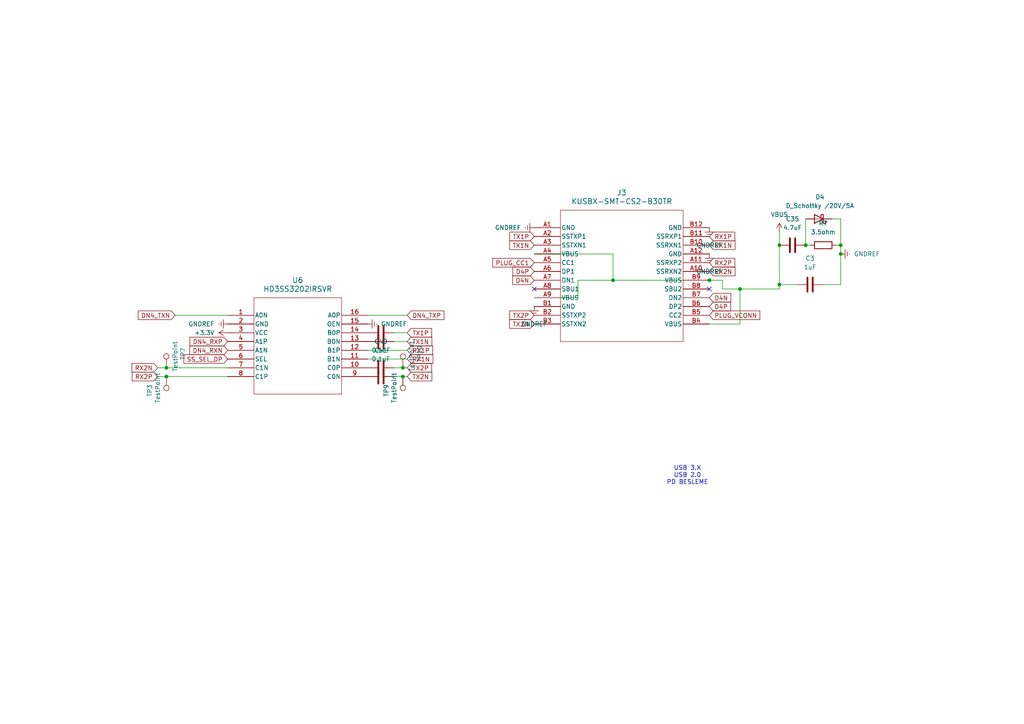
<source format=kicad_sch>
(kicad_sch
	(version 20250114)
	(generator "eeschema")
	(generator_version "9.0")
	(uuid "bd20a3cd-fafe-4ea4-88f2-4aa92c7eaeb0")
	(paper "A4")
	(lib_symbols
		(symbol "2025-03-14_07-53-38:HD3SS3202IRSVR"
			(pin_names
				(offset 0.254)
			)
			(exclude_from_sim no)
			(in_bom yes)
			(on_board yes)
			(property "Reference" "U"
				(at 20.32 10.16 0)
				(effects
					(font
						(size 1.524 1.524)
					)
				)
			)
			(property "Value" "HD3SS3202IRSVR"
				(at 20.32 7.62 0)
				(effects
					(font
						(size 1.524 1.524)
					)
				)
			)
			(property "Footprint" "RSV16_TEX"
				(at 0 0 0)
				(effects
					(font
						(size 1.27 1.27)
						(italic yes)
					)
					(hide yes)
				)
			)
			(property "Datasheet" "HD3SS3202IRSVR"
				(at 0 0 0)
				(effects
					(font
						(size 1.27 1.27)
						(italic yes)
					)
					(hide yes)
				)
			)
			(property "Description" ""
				(at 0 0 0)
				(effects
					(font
						(size 1.27 1.27)
					)
					(hide yes)
				)
			)
			(property "ki_locked" ""
				(at 0 0 0)
				(effects
					(font
						(size 1.27 1.27)
					)
				)
			)
			(property "ki_keywords" "HD3SS3202IRSVR"
				(at 0 0 0)
				(effects
					(font
						(size 1.27 1.27)
					)
					(hide yes)
				)
			)
			(property "ki_fp_filters" "RSV16_TEX"
				(at 0 0 0)
				(effects
					(font
						(size 1.27 1.27)
					)
					(hide yes)
				)
			)
			(symbol "HD3SS3202IRSVR_0_1"
				(polyline
					(pts
						(xy 7.62 5.08) (xy 7.62 -22.86)
					)
					(stroke
						(width 0.127)
						(type default)
					)
					(fill
						(type none)
					)
				)
				(polyline
					(pts
						(xy 7.62 -22.86) (xy 33.02 -22.86)
					)
					(stroke
						(width 0.127)
						(type default)
					)
					(fill
						(type none)
					)
				)
				(polyline
					(pts
						(xy 33.02 5.08) (xy 7.62 5.08)
					)
					(stroke
						(width 0.127)
						(type default)
					)
					(fill
						(type none)
					)
				)
				(polyline
					(pts
						(xy 33.02 -22.86) (xy 33.02 5.08)
					)
					(stroke
						(width 0.127)
						(type default)
					)
					(fill
						(type none)
					)
				)
				(pin bidirectional line
					(at 0 0 0)
					(length 7.62)
					(name "A0N"
						(effects
							(font
								(size 1.27 1.27)
							)
						)
					)
					(number "1"
						(effects
							(font
								(size 1.27 1.27)
							)
						)
					)
				)
				(pin power_in line
					(at 0 -2.54 0)
					(length 7.62)
					(name "GND"
						(effects
							(font
								(size 1.27 1.27)
							)
						)
					)
					(number "2"
						(effects
							(font
								(size 1.27 1.27)
							)
						)
					)
				)
				(pin power_in line
					(at 0 -5.08 0)
					(length 7.62)
					(name "VCC"
						(effects
							(font
								(size 1.27 1.27)
							)
						)
					)
					(number "3"
						(effects
							(font
								(size 1.27 1.27)
							)
						)
					)
				)
				(pin bidirectional line
					(at 0 -7.62 0)
					(length 7.62)
					(name "A1P"
						(effects
							(font
								(size 1.27 1.27)
							)
						)
					)
					(number "4"
						(effects
							(font
								(size 1.27 1.27)
							)
						)
					)
				)
				(pin bidirectional line
					(at 0 -10.16 0)
					(length 7.62)
					(name "A1N"
						(effects
							(font
								(size 1.27 1.27)
							)
						)
					)
					(number "5"
						(effects
							(font
								(size 1.27 1.27)
							)
						)
					)
				)
				(pin input line
					(at 0 -12.7 0)
					(length 7.62)
					(name "SEL"
						(effects
							(font
								(size 1.27 1.27)
							)
						)
					)
					(number "6"
						(effects
							(font
								(size 1.27 1.27)
							)
						)
					)
				)
				(pin bidirectional line
					(at 0 -15.24 0)
					(length 7.62)
					(name "C1N"
						(effects
							(font
								(size 1.27 1.27)
							)
						)
					)
					(number "7"
						(effects
							(font
								(size 1.27 1.27)
							)
						)
					)
				)
				(pin bidirectional line
					(at 0 -17.78 0)
					(length 7.62)
					(name "C1P"
						(effects
							(font
								(size 1.27 1.27)
							)
						)
					)
					(number "8"
						(effects
							(font
								(size 1.27 1.27)
							)
						)
					)
				)
				(pin bidirectional line
					(at 40.64 0 180)
					(length 7.62)
					(name "A0P"
						(effects
							(font
								(size 1.27 1.27)
							)
						)
					)
					(number "16"
						(effects
							(font
								(size 1.27 1.27)
							)
						)
					)
				)
				(pin input line
					(at 40.64 -2.54 180)
					(length 7.62)
					(name "OEN"
						(effects
							(font
								(size 1.27 1.27)
							)
						)
					)
					(number "15"
						(effects
							(font
								(size 1.27 1.27)
							)
						)
					)
				)
				(pin bidirectional line
					(at 40.64 -5.08 180)
					(length 7.62)
					(name "B0P"
						(effects
							(font
								(size 1.27 1.27)
							)
						)
					)
					(number "14"
						(effects
							(font
								(size 1.27 1.27)
							)
						)
					)
				)
				(pin bidirectional line
					(at 40.64 -7.62 180)
					(length 7.62)
					(name "B0N"
						(effects
							(font
								(size 1.27 1.27)
							)
						)
					)
					(number "13"
						(effects
							(font
								(size 1.27 1.27)
							)
						)
					)
				)
				(pin bidirectional line
					(at 40.64 -10.16 180)
					(length 7.62)
					(name "B1P"
						(effects
							(font
								(size 1.27 1.27)
							)
						)
					)
					(number "12"
						(effects
							(font
								(size 1.27 1.27)
							)
						)
					)
				)
				(pin bidirectional line
					(at 40.64 -12.7 180)
					(length 7.62)
					(name "B1N"
						(effects
							(font
								(size 1.27 1.27)
							)
						)
					)
					(number "11"
						(effects
							(font
								(size 1.27 1.27)
							)
						)
					)
				)
				(pin bidirectional line
					(at 40.64 -15.24 180)
					(length 7.62)
					(name "C0P"
						(effects
							(font
								(size 1.27 1.27)
							)
						)
					)
					(number "10"
						(effects
							(font
								(size 1.27 1.27)
							)
						)
					)
				)
				(pin bidirectional line
					(at 40.64 -17.78 180)
					(length 7.62)
					(name "C0N"
						(effects
							(font
								(size 1.27 1.27)
							)
						)
					)
					(number "9"
						(effects
							(font
								(size 1.27 1.27)
							)
						)
					)
				)
			)
			(embedded_fonts no)
		)
		(symbol "2025-04-25_06-19-14:KUSBX-SMT-CS2-B30TR"
			(pin_names
				(offset 0.254)
			)
			(exclude_from_sim no)
			(in_bom yes)
			(on_board yes)
			(property "Reference" "J"
				(at 25.4 10.16 0)
				(effects
					(font
						(size 1.524 1.524)
					)
				)
			)
			(property "Value" "KUSBX-SMT-CS2-B30TR"
				(at 25.4 7.62 0)
				(effects
					(font
						(size 1.524 1.524)
					)
				)
			)
			(property "Footprint" "KUSBX-SMT3-CS-BTR_KYC"
				(at 0 0 0)
				(effects
					(font
						(size 1.27 1.27)
						(italic yes)
					)
					(hide yes)
				)
			)
			(property "Datasheet" "KUSBX-SMT-CS2-B30TR"
				(at 0 0 0)
				(effects
					(font
						(size 1.27 1.27)
						(italic yes)
					)
					(hide yes)
				)
			)
			(property "Description" ""
				(at 0 0 0)
				(effects
					(font
						(size 1.27 1.27)
					)
					(hide yes)
				)
			)
			(property "ki_locked" ""
				(at 0 0 0)
				(effects
					(font
						(size 1.27 1.27)
					)
				)
			)
			(property "ki_keywords" "KUSBX-SMT-CS2-B30TR"
				(at 0 0 0)
				(effects
					(font
						(size 1.27 1.27)
					)
					(hide yes)
				)
			)
			(property "ki_fp_filters" "KUSBX-SMT3-CS-BTR_KYC"
				(at 0 0 0)
				(effects
					(font
						(size 1.27 1.27)
					)
					(hide yes)
				)
			)
			(symbol "KUSBX-SMT-CS2-B30TR_0_1"
				(polyline
					(pts
						(xy 7.62 5.08) (xy 7.62 -33.02)
					)
					(stroke
						(width 0.127)
						(type default)
					)
					(fill
						(type none)
					)
				)
				(polyline
					(pts
						(xy 7.62 -33.02) (xy 43.18 -33.02)
					)
					(stroke
						(width 0.127)
						(type default)
					)
					(fill
						(type none)
					)
				)
				(polyline
					(pts
						(xy 43.18 5.08) (xy 7.62 5.08)
					)
					(stroke
						(width 0.127)
						(type default)
					)
					(fill
						(type none)
					)
				)
				(polyline
					(pts
						(xy 43.18 -33.02) (xy 43.18 5.08)
					)
					(stroke
						(width 0.127)
						(type default)
					)
					(fill
						(type none)
					)
				)
				(pin power_out line
					(at 0 0 0)
					(length 7.62)
					(name "GND"
						(effects
							(font
								(size 1.27 1.27)
							)
						)
					)
					(number "A1"
						(effects
							(font
								(size 1.27 1.27)
							)
						)
					)
				)
				(pin bidirectional line
					(at 0 -2.54 0)
					(length 7.62)
					(name "SSTXP1"
						(effects
							(font
								(size 1.27 1.27)
							)
						)
					)
					(number "A2"
						(effects
							(font
								(size 1.27 1.27)
							)
						)
					)
				)
				(pin bidirectional line
					(at 0 -5.08 0)
					(length 7.62)
					(name "SSTXN1"
						(effects
							(font
								(size 1.27 1.27)
							)
						)
					)
					(number "A3"
						(effects
							(font
								(size 1.27 1.27)
							)
						)
					)
				)
				(pin unspecified line
					(at 0 -7.62 0)
					(length 7.62)
					(name "VBUS"
						(effects
							(font
								(size 1.27 1.27)
							)
						)
					)
					(number "A4"
						(effects
							(font
								(size 1.27 1.27)
							)
						)
					)
				)
				(pin bidirectional line
					(at 0 -10.16 0)
					(length 7.62)
					(name "CC1"
						(effects
							(font
								(size 1.27 1.27)
							)
						)
					)
					(number "A5"
						(effects
							(font
								(size 1.27 1.27)
							)
						)
					)
				)
				(pin bidirectional line
					(at 0 -12.7 0)
					(length 7.62)
					(name "DP1"
						(effects
							(font
								(size 1.27 1.27)
							)
						)
					)
					(number "A6"
						(effects
							(font
								(size 1.27 1.27)
							)
						)
					)
				)
				(pin bidirectional line
					(at 0 -15.24 0)
					(length 7.62)
					(name "DN1"
						(effects
							(font
								(size 1.27 1.27)
							)
						)
					)
					(number "A7"
						(effects
							(font
								(size 1.27 1.27)
							)
						)
					)
				)
				(pin bidirectional line
					(at 0 -17.78 0)
					(length 7.62)
					(name "SBU1"
						(effects
							(font
								(size 1.27 1.27)
							)
						)
					)
					(number "A8"
						(effects
							(font
								(size 1.27 1.27)
							)
						)
					)
				)
				(pin unspecified line
					(at 0 -20.32 0)
					(length 7.62)
					(name "VBUS"
						(effects
							(font
								(size 1.27 1.27)
							)
						)
					)
					(number "A9"
						(effects
							(font
								(size 1.27 1.27)
							)
						)
					)
				)
				(pin power_out line
					(at 0 -22.86 0)
					(length 7.62)
					(name "GND"
						(effects
							(font
								(size 1.27 1.27)
							)
						)
					)
					(number "B1"
						(effects
							(font
								(size 1.27 1.27)
							)
						)
					)
				)
				(pin bidirectional line
					(at 0 -25.4 0)
					(length 7.62)
					(name "SSTXP2"
						(effects
							(font
								(size 1.27 1.27)
							)
						)
					)
					(number "B2"
						(effects
							(font
								(size 1.27 1.27)
							)
						)
					)
				)
				(pin bidirectional line
					(at 0 -27.94 0)
					(length 7.62)
					(name "SSTXN2"
						(effects
							(font
								(size 1.27 1.27)
							)
						)
					)
					(number "B3"
						(effects
							(font
								(size 1.27 1.27)
							)
						)
					)
				)
				(pin power_out line
					(at 50.8 0 180)
					(length 7.62)
					(name "GND"
						(effects
							(font
								(size 1.27 1.27)
							)
						)
					)
					(number "B12"
						(effects
							(font
								(size 1.27 1.27)
							)
						)
					)
				)
				(pin bidirectional line
					(at 50.8 -2.54 180)
					(length 7.62)
					(name "SSRXP1"
						(effects
							(font
								(size 1.27 1.27)
							)
						)
					)
					(number "B11"
						(effects
							(font
								(size 1.27 1.27)
							)
						)
					)
				)
				(pin bidirectional line
					(at 50.8 -5.08 180)
					(length 7.62)
					(name "SSRXN1"
						(effects
							(font
								(size 1.27 1.27)
							)
						)
					)
					(number "B10"
						(effects
							(font
								(size 1.27 1.27)
							)
						)
					)
				)
				(pin power_out line
					(at 50.8 -7.62 180)
					(length 7.62)
					(name "GND"
						(effects
							(font
								(size 1.27 1.27)
							)
						)
					)
					(number "A12"
						(effects
							(font
								(size 1.27 1.27)
							)
						)
					)
				)
				(pin bidirectional line
					(at 50.8 -10.16 180)
					(length 7.62)
					(name "SSRXP2"
						(effects
							(font
								(size 1.27 1.27)
							)
						)
					)
					(number "A11"
						(effects
							(font
								(size 1.27 1.27)
							)
						)
					)
				)
				(pin bidirectional line
					(at 50.8 -12.7 180)
					(length 7.62)
					(name "SSRXN2"
						(effects
							(font
								(size 1.27 1.27)
							)
						)
					)
					(number "A10"
						(effects
							(font
								(size 1.27 1.27)
							)
						)
					)
				)
				(pin unspecified line
					(at 50.8 -15.24 180)
					(length 7.62)
					(name "VBUS"
						(effects
							(font
								(size 1.27 1.27)
							)
						)
					)
					(number "B9"
						(effects
							(font
								(size 1.27 1.27)
							)
						)
					)
				)
				(pin bidirectional line
					(at 50.8 -17.78 180)
					(length 7.62)
					(name "SBU2"
						(effects
							(font
								(size 1.27 1.27)
							)
						)
					)
					(number "B8"
						(effects
							(font
								(size 1.27 1.27)
							)
						)
					)
				)
				(pin bidirectional line
					(at 50.8 -20.32 180)
					(length 7.62)
					(name "DN2"
						(effects
							(font
								(size 1.27 1.27)
							)
						)
					)
					(number "B7"
						(effects
							(font
								(size 1.27 1.27)
							)
						)
					)
				)
				(pin bidirectional line
					(at 50.8 -22.86 180)
					(length 7.62)
					(name "DP2"
						(effects
							(font
								(size 1.27 1.27)
							)
						)
					)
					(number "B6"
						(effects
							(font
								(size 1.27 1.27)
							)
						)
					)
				)
				(pin bidirectional line
					(at 50.8 -25.4 180)
					(length 7.62)
					(name "CC2"
						(effects
							(font
								(size 1.27 1.27)
							)
						)
					)
					(number "B5"
						(effects
							(font
								(size 1.27 1.27)
							)
						)
					)
				)
				(pin unspecified line
					(at 50.8 -27.94 180)
					(length 7.62)
					(name "VBUS"
						(effects
							(font
								(size 1.27 1.27)
							)
						)
					)
					(number "B4"
						(effects
							(font
								(size 1.27 1.27)
							)
						)
					)
				)
			)
			(embedded_fonts no)
		)
		(symbol "Connector:TestPoint"
			(pin_numbers
				(hide yes)
			)
			(pin_names
				(offset 0.762)
				(hide yes)
			)
			(exclude_from_sim no)
			(in_bom yes)
			(on_board yes)
			(property "Reference" "TP"
				(at 0 6.858 0)
				(effects
					(font
						(size 1.27 1.27)
					)
				)
			)
			(property "Value" "TestPoint"
				(at 0 5.08 0)
				(effects
					(font
						(size 1.27 1.27)
					)
				)
			)
			(property "Footprint" ""
				(at 5.08 0 0)
				(effects
					(font
						(size 1.27 1.27)
					)
					(hide yes)
				)
			)
			(property "Datasheet" "~"
				(at 5.08 0 0)
				(effects
					(font
						(size 1.27 1.27)
					)
					(hide yes)
				)
			)
			(property "Description" "test point"
				(at 0 0 0)
				(effects
					(font
						(size 1.27 1.27)
					)
					(hide yes)
				)
			)
			(property "ki_keywords" "test point tp"
				(at 0 0 0)
				(effects
					(font
						(size 1.27 1.27)
					)
					(hide yes)
				)
			)
			(property "ki_fp_filters" "Pin* Test*"
				(at 0 0 0)
				(effects
					(font
						(size 1.27 1.27)
					)
					(hide yes)
				)
			)
			(symbol "TestPoint_0_1"
				(circle
					(center 0 3.302)
					(radius 0.762)
					(stroke
						(width 0)
						(type default)
					)
					(fill
						(type none)
					)
				)
			)
			(symbol "TestPoint_1_1"
				(pin passive line
					(at 0 0 90)
					(length 2.54)
					(name "1"
						(effects
							(font
								(size 1.27 1.27)
							)
						)
					)
					(number "1"
						(effects
							(font
								(size 1.27 1.27)
							)
						)
					)
				)
			)
			(embedded_fonts no)
		)
		(symbol "Device:C"
			(pin_numbers
				(hide yes)
			)
			(pin_names
				(offset 0.254)
			)
			(exclude_from_sim no)
			(in_bom yes)
			(on_board yes)
			(property "Reference" "C"
				(at 0.635 2.54 0)
				(effects
					(font
						(size 1.27 1.27)
					)
					(justify left)
				)
			)
			(property "Value" "C"
				(at 0.635 -2.54 0)
				(effects
					(font
						(size 1.27 1.27)
					)
					(justify left)
				)
			)
			(property "Footprint" ""
				(at 0.9652 -3.81 0)
				(effects
					(font
						(size 1.27 1.27)
					)
					(hide yes)
				)
			)
			(property "Datasheet" "~"
				(at 0 0 0)
				(effects
					(font
						(size 1.27 1.27)
					)
					(hide yes)
				)
			)
			(property "Description" "Unpolarized capacitor"
				(at 0 0 0)
				(effects
					(font
						(size 1.27 1.27)
					)
					(hide yes)
				)
			)
			(property "ki_keywords" "cap capacitor"
				(at 0 0 0)
				(effects
					(font
						(size 1.27 1.27)
					)
					(hide yes)
				)
			)
			(property "ki_fp_filters" "C_*"
				(at 0 0 0)
				(effects
					(font
						(size 1.27 1.27)
					)
					(hide yes)
				)
			)
			(symbol "C_0_1"
				(polyline
					(pts
						(xy -2.032 0.762) (xy 2.032 0.762)
					)
					(stroke
						(width 0.508)
						(type default)
					)
					(fill
						(type none)
					)
				)
				(polyline
					(pts
						(xy -2.032 -0.762) (xy 2.032 -0.762)
					)
					(stroke
						(width 0.508)
						(type default)
					)
					(fill
						(type none)
					)
				)
			)
			(symbol "C_1_1"
				(pin passive line
					(at 0 3.81 270)
					(length 2.794)
					(name "~"
						(effects
							(font
								(size 1.27 1.27)
							)
						)
					)
					(number "1"
						(effects
							(font
								(size 1.27 1.27)
							)
						)
					)
				)
				(pin passive line
					(at 0 -3.81 90)
					(length 2.794)
					(name "~"
						(effects
							(font
								(size 1.27 1.27)
							)
						)
					)
					(number "2"
						(effects
							(font
								(size 1.27 1.27)
							)
						)
					)
				)
			)
			(embedded_fonts no)
		)
		(symbol "Device:D_Schottky"
			(pin_numbers
				(hide yes)
			)
			(pin_names
				(offset 1.016)
				(hide yes)
			)
			(exclude_from_sim no)
			(in_bom yes)
			(on_board yes)
			(property "Reference" "D"
				(at 0 2.54 0)
				(effects
					(font
						(size 1.27 1.27)
					)
				)
			)
			(property "Value" "D_Schottky"
				(at 0 -2.54 0)
				(effects
					(font
						(size 1.27 1.27)
					)
				)
			)
			(property "Footprint" ""
				(at 0 0 0)
				(effects
					(font
						(size 1.27 1.27)
					)
					(hide yes)
				)
			)
			(property "Datasheet" "~"
				(at 0 0 0)
				(effects
					(font
						(size 1.27 1.27)
					)
					(hide yes)
				)
			)
			(property "Description" "Schottky diode"
				(at 0 0 0)
				(effects
					(font
						(size 1.27 1.27)
					)
					(hide yes)
				)
			)
			(property "ki_keywords" "diode Schottky"
				(at 0 0 0)
				(effects
					(font
						(size 1.27 1.27)
					)
					(hide yes)
				)
			)
			(property "ki_fp_filters" "TO-???* *_Diode_* *SingleDiode* D_*"
				(at 0 0 0)
				(effects
					(font
						(size 1.27 1.27)
					)
					(hide yes)
				)
			)
			(symbol "D_Schottky_0_1"
				(polyline
					(pts
						(xy -1.905 0.635) (xy -1.905 1.27) (xy -1.27 1.27) (xy -1.27 -1.27) (xy -0.635 -1.27) (xy -0.635 -0.635)
					)
					(stroke
						(width 0.254)
						(type default)
					)
					(fill
						(type none)
					)
				)
				(polyline
					(pts
						(xy 1.27 1.27) (xy 1.27 -1.27) (xy -1.27 0) (xy 1.27 1.27)
					)
					(stroke
						(width 0.254)
						(type default)
					)
					(fill
						(type none)
					)
				)
				(polyline
					(pts
						(xy 1.27 0) (xy -1.27 0)
					)
					(stroke
						(width 0)
						(type default)
					)
					(fill
						(type none)
					)
				)
			)
			(symbol "D_Schottky_1_1"
				(pin passive line
					(at -3.81 0 0)
					(length 2.54)
					(name "K"
						(effects
							(font
								(size 1.27 1.27)
							)
						)
					)
					(number "1"
						(effects
							(font
								(size 1.27 1.27)
							)
						)
					)
				)
				(pin passive line
					(at 3.81 0 180)
					(length 2.54)
					(name "A"
						(effects
							(font
								(size 1.27 1.27)
							)
						)
					)
					(number "2"
						(effects
							(font
								(size 1.27 1.27)
							)
						)
					)
				)
			)
			(embedded_fonts no)
		)
		(symbol "Device:R"
			(pin_numbers
				(hide yes)
			)
			(pin_names
				(offset 0)
			)
			(exclude_from_sim no)
			(in_bom yes)
			(on_board yes)
			(property "Reference" "R"
				(at 2.032 0 90)
				(effects
					(font
						(size 1.27 1.27)
					)
				)
			)
			(property "Value" "R"
				(at 0 0 90)
				(effects
					(font
						(size 1.27 1.27)
					)
				)
			)
			(property "Footprint" ""
				(at -1.778 0 90)
				(effects
					(font
						(size 1.27 1.27)
					)
					(hide yes)
				)
			)
			(property "Datasheet" "~"
				(at 0 0 0)
				(effects
					(font
						(size 1.27 1.27)
					)
					(hide yes)
				)
			)
			(property "Description" "Resistor"
				(at 0 0 0)
				(effects
					(font
						(size 1.27 1.27)
					)
					(hide yes)
				)
			)
			(property "ki_keywords" "R res resistor"
				(at 0 0 0)
				(effects
					(font
						(size 1.27 1.27)
					)
					(hide yes)
				)
			)
			(property "ki_fp_filters" "R_*"
				(at 0 0 0)
				(effects
					(font
						(size 1.27 1.27)
					)
					(hide yes)
				)
			)
			(symbol "R_0_1"
				(rectangle
					(start -1.016 -2.54)
					(end 1.016 2.54)
					(stroke
						(width 0.254)
						(type default)
					)
					(fill
						(type none)
					)
				)
			)
			(symbol "R_1_1"
				(pin passive line
					(at 0 3.81 270)
					(length 1.27)
					(name "~"
						(effects
							(font
								(size 1.27 1.27)
							)
						)
					)
					(number "1"
						(effects
							(font
								(size 1.27 1.27)
							)
						)
					)
				)
				(pin passive line
					(at 0 -3.81 90)
					(length 1.27)
					(name "~"
						(effects
							(font
								(size 1.27 1.27)
							)
						)
					)
					(number "2"
						(effects
							(font
								(size 1.27 1.27)
							)
						)
					)
				)
			)
			(embedded_fonts no)
		)
		(symbol "power:+3.3V"
			(power)
			(pin_numbers
				(hide yes)
			)
			(pin_names
				(offset 0)
				(hide yes)
			)
			(exclude_from_sim no)
			(in_bom yes)
			(on_board yes)
			(property "Reference" "#PWR"
				(at 0 -3.81 0)
				(effects
					(font
						(size 1.27 1.27)
					)
					(hide yes)
				)
			)
			(property "Value" "+3.3V"
				(at 0 3.556 0)
				(effects
					(font
						(size 1.27 1.27)
					)
				)
			)
			(property "Footprint" ""
				(at 0 0 0)
				(effects
					(font
						(size 1.27 1.27)
					)
					(hide yes)
				)
			)
			(property "Datasheet" ""
				(at 0 0 0)
				(effects
					(font
						(size 1.27 1.27)
					)
					(hide yes)
				)
			)
			(property "Description" "Power symbol creates a global label with name \"+3.3V\""
				(at 0 0 0)
				(effects
					(font
						(size 1.27 1.27)
					)
					(hide yes)
				)
			)
			(property "ki_keywords" "global power"
				(at 0 0 0)
				(effects
					(font
						(size 1.27 1.27)
					)
					(hide yes)
				)
			)
			(symbol "+3.3V_0_1"
				(polyline
					(pts
						(xy -0.762 1.27) (xy 0 2.54)
					)
					(stroke
						(width 0)
						(type default)
					)
					(fill
						(type none)
					)
				)
				(polyline
					(pts
						(xy 0 2.54) (xy 0.762 1.27)
					)
					(stroke
						(width 0)
						(type default)
					)
					(fill
						(type none)
					)
				)
				(polyline
					(pts
						(xy 0 0) (xy 0 2.54)
					)
					(stroke
						(width 0)
						(type default)
					)
					(fill
						(type none)
					)
				)
			)
			(symbol "+3.3V_1_1"
				(pin power_in line
					(at 0 0 90)
					(length 0)
					(name "~"
						(effects
							(font
								(size 1.27 1.27)
							)
						)
					)
					(number "1"
						(effects
							(font
								(size 1.27 1.27)
							)
						)
					)
				)
			)
			(embedded_fonts no)
		)
		(symbol "power:GNDREF"
			(power)
			(pin_numbers
				(hide yes)
			)
			(pin_names
				(offset 0)
				(hide yes)
			)
			(exclude_from_sim no)
			(in_bom yes)
			(on_board yes)
			(property "Reference" "#PWR"
				(at 0 -6.35 0)
				(effects
					(font
						(size 1.27 1.27)
					)
					(hide yes)
				)
			)
			(property "Value" "GNDREF"
				(at 0 -3.81 0)
				(effects
					(font
						(size 1.27 1.27)
					)
				)
			)
			(property "Footprint" ""
				(at 0 0 0)
				(effects
					(font
						(size 1.27 1.27)
					)
					(hide yes)
				)
			)
			(property "Datasheet" ""
				(at 0 0 0)
				(effects
					(font
						(size 1.27 1.27)
					)
					(hide yes)
				)
			)
			(property "Description" "Power symbol creates a global label with name \"GNDREF\" , reference supply ground"
				(at 0 0 0)
				(effects
					(font
						(size 1.27 1.27)
					)
					(hide yes)
				)
			)
			(property "ki_keywords" "global power"
				(at 0 0 0)
				(effects
					(font
						(size 1.27 1.27)
					)
					(hide yes)
				)
			)
			(symbol "GNDREF_0_1"
				(polyline
					(pts
						(xy -0.635 -1.905) (xy 0.635 -1.905)
					)
					(stroke
						(width 0)
						(type default)
					)
					(fill
						(type none)
					)
				)
				(polyline
					(pts
						(xy -0.127 -2.54) (xy 0.127 -2.54)
					)
					(stroke
						(width 0)
						(type default)
					)
					(fill
						(type none)
					)
				)
				(polyline
					(pts
						(xy 0 -1.27) (xy 0 0)
					)
					(stroke
						(width 0)
						(type default)
					)
					(fill
						(type none)
					)
				)
				(polyline
					(pts
						(xy 1.27 -1.27) (xy -1.27 -1.27)
					)
					(stroke
						(width 0)
						(type default)
					)
					(fill
						(type none)
					)
				)
			)
			(symbol "GNDREF_1_1"
				(pin power_in line
					(at 0 0 270)
					(length 0)
					(name "~"
						(effects
							(font
								(size 1.27 1.27)
							)
						)
					)
					(number "1"
						(effects
							(font
								(size 1.27 1.27)
							)
						)
					)
				)
			)
			(embedded_fonts no)
		)
		(symbol "power:VBUS"
			(power)
			(pin_numbers
				(hide yes)
			)
			(pin_names
				(offset 0)
				(hide yes)
			)
			(exclude_from_sim no)
			(in_bom yes)
			(on_board yes)
			(property "Reference" "#PWR"
				(at 0 -3.81 0)
				(effects
					(font
						(size 1.27 1.27)
					)
					(hide yes)
				)
			)
			(property "Value" "VBUS"
				(at 0 3.556 0)
				(effects
					(font
						(size 1.27 1.27)
					)
				)
			)
			(property "Footprint" ""
				(at 0 0 0)
				(effects
					(font
						(size 1.27 1.27)
					)
					(hide yes)
				)
			)
			(property "Datasheet" ""
				(at 0 0 0)
				(effects
					(font
						(size 1.27 1.27)
					)
					(hide yes)
				)
			)
			(property "Description" "Power symbol creates a global label with name \"VBUS\""
				(at 0 0 0)
				(effects
					(font
						(size 1.27 1.27)
					)
					(hide yes)
				)
			)
			(property "ki_keywords" "global power"
				(at 0 0 0)
				(effects
					(font
						(size 1.27 1.27)
					)
					(hide yes)
				)
			)
			(symbol "VBUS_0_1"
				(polyline
					(pts
						(xy -0.762 1.27) (xy 0 2.54)
					)
					(stroke
						(width 0)
						(type default)
					)
					(fill
						(type none)
					)
				)
				(polyline
					(pts
						(xy 0 2.54) (xy 0.762 1.27)
					)
					(stroke
						(width 0)
						(type default)
					)
					(fill
						(type none)
					)
				)
				(polyline
					(pts
						(xy 0 0) (xy 0 2.54)
					)
					(stroke
						(width 0)
						(type default)
					)
					(fill
						(type none)
					)
				)
			)
			(symbol "VBUS_1_1"
				(pin power_in line
					(at 0 0 90)
					(length 0)
					(name "~"
						(effects
							(font
								(size 1.27 1.27)
							)
						)
					)
					(number "1"
						(effects
							(font
								(size 1.27 1.27)
							)
						)
					)
				)
			)
			(embedded_fonts no)
		)
	)
	(text "USB 3.X\nUSB 2.0\nPD BESLEME\n"
		(exclude_from_sim no)
		(at 199.39 137.922 0)
		(effects
			(font
				(size 1.27 1.27)
			)
		)
		(uuid "f199673b-0d75-4a63-87cc-23a71a3730ab")
	)
	(junction
		(at 205.74 81.28)
		(diameter 0)
		(color 0 0 0 0)
		(uuid "0856a236-72fb-4166-a5ae-97c1b437b770")
	)
	(junction
		(at 226.06 82.55)
		(diameter 0)
		(color 0 0 0 0)
		(uuid "0af1755d-11f1-47a6-a593-2021d25760f2")
	)
	(junction
		(at 116.84 109.22)
		(diameter 0)
		(color 0 0 0 0)
		(uuid "2284fc5a-8d1f-4eed-bfeb-44648784ec33")
	)
	(junction
		(at 243.84 73.66)
		(diameter 0)
		(color 0 0 0 0)
		(uuid "37de05c9-c21a-46cb-a442-8d40fbaa37df")
	)
	(junction
		(at 226.06 71.12)
		(diameter 0)
		(color 0 0 0 0)
		(uuid "670c8c76-173d-4da7-aa5a-5fbaedadc224")
	)
	(junction
		(at 48.26 109.22)
		(diameter 0)
		(color 0 0 0 0)
		(uuid "885fb4b5-92ea-44c6-bba7-c034305fd510")
	)
	(junction
		(at 243.84 71.12)
		(diameter 0)
		(color 0 0 0 0)
		(uuid "89a34f91-b0c8-46c7-bf51-9c5292330f5d")
	)
	(junction
		(at 214.63 83.82)
		(diameter 0)
		(color 0 0 0 0)
		(uuid "9a3248d9-f1f6-462d-b03c-da09e8bbd359")
	)
	(junction
		(at 177.8 81.28)
		(diameter 0)
		(color 0 0 0 0)
		(uuid "9c9b6406-ea4f-45fd-b89f-7ba95f25a682")
	)
	(junction
		(at 48.26 106.68)
		(diameter 0)
		(color 0 0 0 0)
		(uuid "e1cf4916-c5d7-4158-b459-2761c3e77d0f")
	)
	(junction
		(at 116.8558 106.68)
		(diameter 0)
		(color 0 0 0 0)
		(uuid "ea2672e6-72be-4182-8a2c-f633107b1d7a")
	)
	(junction
		(at 233.68 71.12)
		(diameter 0)
		(color 0 0 0 0)
		(uuid "fdb89b51-82d5-4740-ada7-72513faca72a")
	)
	(no_connect
		(at 154.94 83.82)
		(uuid "371d5028-fb53-452d-b0b0-0f930b53a6f7")
	)
	(no_connect
		(at 205.74 83.82)
		(uuid "d743aedd-9e60-4a07-b1c7-abf054ce42c8")
	)
	(wire
		(pts
			(xy 243.84 71.12) (xy 243.84 73.66)
		)
		(stroke
			(width 0)
			(type default)
		)
		(uuid "00ce2613-b9a3-463a-8545-bd90d37119ca")
	)
	(wire
		(pts
			(xy 226.06 67.31) (xy 226.06 71.12)
		)
		(stroke
			(width 0)
			(type default)
		)
		(uuid "03a4fead-156b-4268-bfbe-3de0e1bf4772")
	)
	(wire
		(pts
			(xy 116.8558 106.68) (xy 118.11 106.68)
		)
		(stroke
			(width 0)
			(type default)
		)
		(uuid "1811aea2-c6e9-4f4c-a1a8-e96c7bc5f6dd")
	)
	(wire
		(pts
			(xy 114.3 99.06) (xy 118.11 99.06)
		)
		(stroke
			(width 0)
			(type default)
		)
		(uuid "1d4db4fd-ea3c-45d9-a4ed-e6a2f2578c5b")
	)
	(wire
		(pts
			(xy 154.94 73.66) (xy 177.8 73.66)
		)
		(stroke
			(width 0)
			(type default)
		)
		(uuid "1f3cb972-caba-4f85-9047-d58838cf8fc9")
	)
	(wire
		(pts
			(xy 45.72 106.68) (xy 48.26 106.68)
		)
		(stroke
			(width 0)
			(type default)
		)
		(uuid "272205dc-ec2d-48bd-8990-818889aebe23")
	)
	(wire
		(pts
			(xy 226.06 71.12) (xy 226.06 82.55)
		)
		(stroke
			(width 0)
			(type default)
		)
		(uuid "394f600d-0e40-4cf7-bed2-08b1e307d516")
	)
	(wire
		(pts
			(xy 214.63 93.98) (xy 205.74 93.98)
		)
		(stroke
			(width 0)
			(type default)
		)
		(uuid "435b003a-f806-451a-9154-f681f02593fe")
	)
	(wire
		(pts
			(xy 243.84 73.66) (xy 243.84 82.55)
		)
		(stroke
			(width 0)
			(type default)
		)
		(uuid "5420d84b-a3d8-4918-b2ef-ae19c7880bc4")
	)
	(wire
		(pts
			(xy 243.84 63.5) (xy 243.84 71.12)
		)
		(stroke
			(width 0)
			(type default)
		)
		(uuid "57f09829-3a58-45a8-a424-36ff5316c20b")
	)
	(wire
		(pts
			(xy 118.11 91.44) (xy 106.68 91.44)
		)
		(stroke
			(width 0)
			(type default)
		)
		(uuid "58701a75-4982-4d3d-a173-c0fde13196a7")
	)
	(wire
		(pts
			(xy 209.55 81.28) (xy 205.74 81.28)
		)
		(stroke
			(width 0)
			(type default)
		)
		(uuid "6629dda1-e88d-4e4d-9c49-875e6751e115")
	)
	(wire
		(pts
			(xy 118.11 101.6) (xy 106.68 101.6)
		)
		(stroke
			(width 0)
			(type default)
		)
		(uuid "6f909c31-b731-4e7f-bc0b-c4cfd34822c5")
	)
	(wire
		(pts
			(xy 167.64 81.28) (xy 167.64 86.36)
		)
		(stroke
			(width 0)
			(type default)
		)
		(uuid "6f943c1b-9093-4318-8e0a-54c8e4f80a5c")
	)
	(wire
		(pts
			(xy 114.3 109.22) (xy 116.84 109.22)
		)
		(stroke
			(width 0)
			(type default)
		)
		(uuid "73b284c0-a57d-4377-9bed-7e88f9b66cc4")
	)
	(wire
		(pts
			(xy 226.06 82.55) (xy 226.06 83.82)
		)
		(stroke
			(width 0)
			(type default)
		)
		(uuid "7425bc29-cba5-4180-95ba-8feb574564af")
	)
	(wire
		(pts
			(xy 233.68 63.5) (xy 233.68 71.12)
		)
		(stroke
			(width 0)
			(type default)
		)
		(uuid "76e199af-ceb5-41fc-a9d3-27aecde3e40b")
	)
	(wire
		(pts
			(xy 167.64 86.36) (xy 154.94 86.36)
		)
		(stroke
			(width 0)
			(type default)
		)
		(uuid "7b895dc8-676e-4cde-ba95-b0728c1e101d")
	)
	(wire
		(pts
			(xy 45.72 109.22) (xy 48.26 109.22)
		)
		(stroke
			(width 0)
			(type default)
		)
		(uuid "8315d315-ab11-43a3-a90c-c948e0c342c5")
	)
	(wire
		(pts
			(xy 114.3 96.52) (xy 118.11 96.52)
		)
		(stroke
			(width 0)
			(type default)
		)
		(uuid "87cddbd5-e285-48d0-aa91-512fddc7e282")
	)
	(wire
		(pts
			(xy 209.55 83.82) (xy 214.63 83.82)
		)
		(stroke
			(width 0)
			(type default)
		)
		(uuid "885fef09-afaf-4d3e-b378-94c1a9e55313")
	)
	(wire
		(pts
			(xy 234.95 71.12) (xy 233.68 71.12)
		)
		(stroke
			(width 0)
			(type default)
		)
		(uuid "88e08917-8ffc-4690-906e-153e51b5ff14")
	)
	(wire
		(pts
			(xy 205.74 81.28) (xy 177.8 81.28)
		)
		(stroke
			(width 0)
			(type default)
		)
		(uuid "901eb72c-5708-4117-9456-bc6b3e2f9d6b")
	)
	(wire
		(pts
			(xy 50.8 91.44) (xy 66.04 91.44)
		)
		(stroke
			(width 0)
			(type default)
		)
		(uuid "92b5d5ea-2697-4351-b3bb-38737092af53")
	)
	(wire
		(pts
			(xy 48.26 106.68) (xy 66.04 106.68)
		)
		(stroke
			(width 0)
			(type default)
		)
		(uuid "9cf3c9c9-d865-4f24-9a0c-30532a9c8e51")
	)
	(wire
		(pts
			(xy 241.3 63.5) (xy 243.84 63.5)
		)
		(stroke
			(width 0)
			(type default)
		)
		(uuid "a2b7a083-1ce8-4914-b6dc-8ea5eaafe693")
	)
	(wire
		(pts
			(xy 118.11 104.14) (xy 106.68 104.14)
		)
		(stroke
			(width 0)
			(type default)
		)
		(uuid "a78c3dfe-a51e-4965-bc53-30e21bb7373a")
	)
	(wire
		(pts
			(xy 48.26 109.22) (xy 66.04 109.22)
		)
		(stroke
			(width 0)
			(type default)
		)
		(uuid "b3fc07c4-eb20-4ed9-9733-b077c20f74c8")
	)
	(wire
		(pts
			(xy 177.8 73.66) (xy 177.8 81.28)
		)
		(stroke
			(width 0)
			(type default)
		)
		(uuid "b52b9466-4519-4a01-ae21-f2ffa3860a08")
	)
	(wire
		(pts
			(xy 214.63 83.82) (xy 226.06 83.82)
		)
		(stroke
			(width 0)
			(type default)
		)
		(uuid "bb0adeba-3267-4304-abb1-4488eef2fee4")
	)
	(wire
		(pts
			(xy 116.84 109.22) (xy 118.11 109.22)
		)
		(stroke
			(width 0)
			(type default)
		)
		(uuid "bb60f7ae-1aca-4f41-a144-22232bbaa85e")
	)
	(wire
		(pts
			(xy 243.84 82.55) (xy 238.76 82.55)
		)
		(stroke
			(width 0)
			(type default)
		)
		(uuid "c6fcd7d2-e117-4daa-a638-e1e69cbaa540")
	)
	(wire
		(pts
			(xy 177.8 81.28) (xy 167.64 81.28)
		)
		(stroke
			(width 0)
			(type default)
		)
		(uuid "d016acd3-09ac-4560-9719-1bc9b7c5445a")
	)
	(wire
		(pts
			(xy 214.63 83.82) (xy 214.63 93.98)
		)
		(stroke
			(width 0)
			(type default)
		)
		(uuid "df8be28f-4266-41b4-a674-fe3a0c53d6b0")
	)
	(wire
		(pts
			(xy 231.14 82.55) (xy 226.06 82.55)
		)
		(stroke
			(width 0)
			(type default)
		)
		(uuid "e1b2408f-d8ee-4770-862e-820fd904d349")
	)
	(wire
		(pts
			(xy 114.3 106.68) (xy 116.8558 106.68)
		)
		(stroke
			(width 0)
			(type default)
		)
		(uuid "e6b96eba-ef42-4393-a5fc-b14c46c0644f")
	)
	(wire
		(pts
			(xy 209.55 83.82) (xy 209.55 81.28)
		)
		(stroke
			(width 0)
			(type default)
		)
		(uuid "f11f8b2f-d7be-4293-b904-d72365990fcf")
	)
	(wire
		(pts
			(xy 243.84 71.12) (xy 242.57 71.12)
		)
		(stroke
			(width 0)
			(type default)
		)
		(uuid "f4f42686-1264-4792-86b1-cede71240323")
	)
	(global_label "TX1P"
		(shape input)
		(at 154.94 68.58 180)
		(fields_autoplaced yes)
		(effects
			(font
				(size 1.27 1.27)
			)
			(justify right)
		)
		(uuid "149407b9-853e-443c-9f43-9d6339b4fa6b")
		(property "Intersheetrefs" "${INTERSHEET_REFS}"
			(at 147.2982 68.58 0)
			(effects
				(font
					(size 1.27 1.27)
				)
				(justify right)
				(hide yes)
			)
		)
	)
	(global_label "RX2N"
		(shape input)
		(at 45.72 106.68 180)
		(fields_autoplaced yes)
		(effects
			(font
				(size 1.27 1.27)
			)
			(justify right)
		)
		(uuid "14983005-6b15-4aab-8e8f-2ded896ff742")
		(property "Intersheetrefs" "${INTERSHEET_REFS}"
			(at 37.7153 106.68 0)
			(effects
				(font
					(size 1.27 1.27)
				)
				(justify right)
				(hide yes)
			)
		)
	)
	(global_label "DN4_TXN"
		(shape input)
		(at 50.8 91.44 180)
		(fields_autoplaced yes)
		(effects
			(font
				(size 1.27 1.27)
			)
			(justify right)
		)
		(uuid "162b2a02-0555-4465-9131-3af321d45d9e")
		(property "Intersheetrefs" "${INTERSHEET_REFS}"
			(at 39.5296 91.44 0)
			(effects
				(font
					(size 1.27 1.27)
				)
				(justify right)
				(hide yes)
			)
		)
	)
	(global_label "TX1P"
		(shape input)
		(at 118.11 96.52 0)
		(fields_autoplaced yes)
		(effects
			(font
				(size 1.27 1.27)
			)
			(justify left)
		)
		(uuid "239d57b7-9199-4c46-9c9a-ea2865a968b5")
		(property "Intersheetrefs" "${INTERSHEET_REFS}"
			(at 125.7518 96.52 0)
			(effects
				(font
					(size 1.27 1.27)
				)
				(justify left)
				(hide yes)
			)
		)
	)
	(global_label "TX2N"
		(shape input)
		(at 154.94 93.98 180)
		(fields_autoplaced yes)
		(effects
			(font
				(size 1.27 1.27)
			)
			(justify right)
		)
		(uuid "3f58e472-e00c-4c3c-8375-3930e4bd2cb2")
		(property "Intersheetrefs" "${INTERSHEET_REFS}"
			(at 147.2377 93.98 0)
			(effects
				(font
					(size 1.27 1.27)
				)
				(justify right)
				(hide yes)
			)
		)
	)
	(global_label "TX2P"
		(shape input)
		(at 118.11 106.68 0)
		(fields_autoplaced yes)
		(effects
			(font
				(size 1.27 1.27)
			)
			(justify left)
		)
		(uuid "485377e7-6e55-4489-ab75-8645be260fbd")
		(property "Intersheetrefs" "${INTERSHEET_REFS}"
			(at 125.7518 106.68 0)
			(effects
				(font
					(size 1.27 1.27)
				)
				(justify left)
				(hide yes)
			)
		)
	)
	(global_label "RX1N"
		(shape input)
		(at 118.11 104.14 0)
		(fields_autoplaced yes)
		(effects
			(font
				(size 1.27 1.27)
			)
			(justify left)
		)
		(uuid "4d5cfd2e-8bcd-4da1-9ce7-a91b680616bd")
		(property "Intersheetrefs" "${INTERSHEET_REFS}"
			(at 126.1147 104.14 0)
			(effects
				(font
					(size 1.27 1.27)
				)
				(justify left)
				(hide yes)
			)
		)
	)
	(global_label "D4P"
		(shape input)
		(at 205.74 88.9 0)
		(fields_autoplaced yes)
		(effects
			(font
				(size 1.27 1.27)
			)
			(justify left)
		)
		(uuid "55897e4a-1afc-4c4c-8d88-4ccb912a34be")
		(property "Intersheetrefs" "${INTERSHEET_REFS}"
			(at 212.4747 88.9 0)
			(effects
				(font
					(size 1.27 1.27)
				)
				(justify left)
				(hide yes)
			)
		)
	)
	(global_label "TX2N"
		(shape input)
		(at 118.11 109.22 0)
		(fields_autoplaced yes)
		(effects
			(font
				(size 1.27 1.27)
			)
			(justify left)
		)
		(uuid "60bdb20d-50d9-4fa3-990c-9b003c381ebd")
		(property "Intersheetrefs" "${INTERSHEET_REFS}"
			(at 125.8123 109.22 0)
			(effects
				(font
					(size 1.27 1.27)
				)
				(justify left)
				(hide yes)
			)
		)
	)
	(global_label "RX2P"
		(shape input)
		(at 45.72 109.22 180)
		(fields_autoplaced yes)
		(effects
			(font
				(size 1.27 1.27)
			)
			(justify right)
		)
		(uuid "6292c4d7-5c56-455c-9225-31acec6891be")
		(property "Intersheetrefs" "${INTERSHEET_REFS}"
			(at 37.7758 109.22 0)
			(effects
				(font
					(size 1.27 1.27)
				)
				(justify right)
				(hide yes)
			)
		)
	)
	(global_label "PLUG_VCONN"
		(shape input)
		(at 205.74 91.44 0)
		(fields_autoplaced yes)
		(effects
			(font
				(size 1.27 1.27)
			)
			(justify left)
		)
		(uuid "6da3756b-4526-48a5-816b-28023d07c4cc")
		(property "Intersheetrefs" "${INTERSHEET_REFS}"
			(at 220.9415 91.44 0)
			(effects
				(font
					(size 1.27 1.27)
				)
				(justify left)
				(hide yes)
			)
		)
	)
	(global_label "D4N"
		(shape input)
		(at 205.74 86.36 0)
		(fields_autoplaced yes)
		(effects
			(font
				(size 1.27 1.27)
			)
			(justify left)
		)
		(uuid "72a1b8c6-5e5a-4eb9-92ad-fd5911e73437")
		(property "Intersheetrefs" "${INTERSHEET_REFS}"
			(at 212.5352 86.36 0)
			(effects
				(font
					(size 1.27 1.27)
				)
				(justify left)
				(hide yes)
			)
		)
	)
	(global_label "RX2N"
		(shape input)
		(at 205.74 78.74 0)
		(fields_autoplaced yes)
		(effects
			(font
				(size 1.27 1.27)
			)
			(justify left)
		)
		(uuid "7d6c8d9f-ec66-4b71-bb0e-9b8f7b075782")
		(property "Intersheetrefs" "${INTERSHEET_REFS}"
			(at 213.7447 78.74 0)
			(effects
				(font
					(size 1.27 1.27)
				)
				(justify left)
				(hide yes)
			)
		)
	)
	(global_label "RX1N"
		(shape input)
		(at 205.74 71.12 0)
		(fields_autoplaced yes)
		(effects
			(font
				(size 1.27 1.27)
			)
			(justify left)
		)
		(uuid "8dec7215-f504-4ebc-8c31-4bdf084e893c")
		(property "Intersheetrefs" "${INTERSHEET_REFS}"
			(at 213.7447 71.12 0)
			(effects
				(font
					(size 1.27 1.27)
				)
				(justify left)
				(hide yes)
			)
		)
	)
	(global_label "RX2P"
		(shape input)
		(at 205.74 76.2 0)
		(fields_autoplaced yes)
		(effects
			(font
				(size 1.27 1.27)
			)
			(justify left)
		)
		(uuid "8ff8715b-94dc-4596-95e6-27204ba89d7c")
		(property "Intersheetrefs" "${INTERSHEET_REFS}"
			(at 213.6842 76.2 0)
			(effects
				(font
					(size 1.27 1.27)
				)
				(justify left)
				(hide yes)
			)
		)
	)
	(global_label "TX2P"
		(shape input)
		(at 154.94 91.44 180)
		(fields_autoplaced yes)
		(effects
			(font
				(size 1.27 1.27)
			)
			(justify right)
		)
		(uuid "9d33f369-1f04-49f3-af5c-d580dcc360f9")
		(property "Intersheetrefs" "${INTERSHEET_REFS}"
			(at 147.2982 91.44 0)
			(effects
				(font
					(size 1.27 1.27)
				)
				(justify right)
				(hide yes)
			)
		)
	)
	(global_label "SS_SEL_DP"
		(shape input)
		(at 66.04 104.14 180)
		(fields_autoplaced yes)
		(effects
			(font
				(size 1.27 1.27)
			)
			(justify right)
		)
		(uuid "a59b0cbd-b809-4b2f-aeba-da24b0c0f866")
		(property "Intersheetrefs" "${INTERSHEET_REFS}"
			(at 52.774 104.14 0)
			(effects
				(font
					(size 1.27 1.27)
				)
				(justify right)
				(hide yes)
			)
		)
	)
	(global_label "D4P"
		(shape input)
		(at 154.94 78.74 180)
		(fields_autoplaced yes)
		(effects
			(font
				(size 1.27 1.27)
			)
			(justify right)
		)
		(uuid "b2bd3435-7d49-46aa-bacc-49c729396d9c")
		(property "Intersheetrefs" "${INTERSHEET_REFS}"
			(at 148.2053 78.74 0)
			(effects
				(font
					(size 1.27 1.27)
				)
				(justify right)
				(hide yes)
			)
		)
	)
	(global_label "RX1P"
		(shape input)
		(at 118.11 101.6 0)
		(fields_autoplaced yes)
		(effects
			(font
				(size 1.27 1.27)
			)
			(justify left)
		)
		(uuid "b356929c-2307-435b-8db0-5c9969171315")
		(property "Intersheetrefs" "${INTERSHEET_REFS}"
			(at 126.0542 101.6 0)
			(effects
				(font
					(size 1.27 1.27)
				)
				(justify left)
				(hide yes)
			)
		)
	)
	(global_label "TX1N"
		(shape input)
		(at 154.94 71.12 180)
		(fields_autoplaced yes)
		(effects
			(font
				(size 1.27 1.27)
			)
			(justify right)
		)
		(uuid "b3b66c37-92bb-4022-a3cf-ca853ad2459a")
		(property "Intersheetrefs" "${INTERSHEET_REFS}"
			(at 147.2377 71.12 0)
			(effects
				(font
					(size 1.27 1.27)
				)
				(justify right)
				(hide yes)
			)
		)
	)
	(global_label "RX1P"
		(shape input)
		(at 205.74 68.58 0)
		(fields_autoplaced yes)
		(effects
			(font
				(size 1.27 1.27)
			)
			(justify left)
		)
		(uuid "bf4a7fcb-9dd4-417a-b575-c13b49631ffa")
		(property "Intersheetrefs" "${INTERSHEET_REFS}"
			(at 213.6842 68.58 0)
			(effects
				(font
					(size 1.27 1.27)
				)
				(justify left)
				(hide yes)
			)
		)
	)
	(global_label "DN4_RXN"
		(shape input)
		(at 66.04 101.6 180)
		(fields_autoplaced yes)
		(effects
			(font
				(size 1.27 1.27)
			)
			(justify right)
		)
		(uuid "cb2e1282-a40f-4d87-8a5b-46841b5cc50c")
		(property "Intersheetrefs" "${INTERSHEET_REFS}"
			(at 54.4672 101.6 0)
			(effects
				(font
					(size 1.27 1.27)
				)
				(justify right)
				(hide yes)
			)
		)
	)
	(global_label "TX1N"
		(shape input)
		(at 118.11 99.06 0)
		(fields_autoplaced yes)
		(effects
			(font
				(size 1.27 1.27)
			)
			(justify left)
		)
		(uuid "dcf0b2c5-19ce-4b47-9cf4-23fc6a50c9de")
		(property "Intersheetrefs" "${INTERSHEET_REFS}"
			(at 125.8123 99.06 0)
			(effects
				(font
					(size 1.27 1.27)
				)
				(justify left)
				(hide yes)
			)
		)
	)
	(global_label "D4N"
		(shape input)
		(at 154.94 81.28 180)
		(fields_autoplaced yes)
		(effects
			(font
				(size 1.27 1.27)
			)
			(justify right)
		)
		(uuid "e099d650-76b0-402b-b6ba-601c698381b0")
		(property "Intersheetrefs" "${INTERSHEET_REFS}"
			(at 148.1448 81.28 0)
			(effects
				(font
					(size 1.27 1.27)
				)
				(justify right)
				(hide yes)
			)
		)
	)
	(global_label "PLUG_CC1"
		(shape input)
		(at 154.94 76.2 180)
		(fields_autoplaced yes)
		(effects
			(font
				(size 1.27 1.27)
			)
			(justify right)
		)
		(uuid "e9813a73-716e-466d-979d-40c225f3fa70")
		(property "Intersheetrefs" "${INTERSHEET_REFS}"
			(at 142.3391 76.2 0)
			(effects
				(font
					(size 1.27 1.27)
				)
				(justify right)
				(hide yes)
			)
		)
	)
	(global_label "DN4_RXP"
		(shape input)
		(at 66.04 99.06 180)
		(fields_autoplaced yes)
		(effects
			(font
				(size 1.27 1.27)
			)
			(justify right)
		)
		(uuid "e9b02ab9-26c7-47f9-af89-112690305ae0")
		(property "Intersheetrefs" "${INTERSHEET_REFS}"
			(at 54.5277 99.06 0)
			(effects
				(font
					(size 1.27 1.27)
				)
				(justify right)
				(hide yes)
			)
		)
	)
	(global_label "DN4_TXP"
		(shape input)
		(at 118.11 91.44 0)
		(fields_autoplaced yes)
		(effects
			(font
				(size 1.27 1.27)
			)
			(justify left)
		)
		(uuid "f04e09a0-95d5-48a8-84a3-67bfd009978d")
		(property "Intersheetrefs" "${INTERSHEET_REFS}"
			(at 129.3199 91.44 0)
			(effects
				(font
					(size 1.27 1.27)
				)
				(justify left)
				(hide yes)
			)
		)
	)
	(symbol
		(lib_id "power:VBUS")
		(at 226.06 67.31 0)
		(unit 1)
		(exclude_from_sim no)
		(in_bom yes)
		(on_board yes)
		(dnp no)
		(fields_autoplaced yes)
		(uuid "05dc7c25-f0af-4257-8ce7-f46defa9a182")
		(property "Reference" "#PWR07"
			(at 226.06 71.12 0)
			(effects
				(font
					(size 1.27 1.27)
				)
				(hide yes)
			)
		)
		(property "Value" "VBUS"
			(at 226.06 62.23 0)
			(effects
				(font
					(size 1.27 1.27)
				)
			)
		)
		(property "Footprint" ""
			(at 226.06 67.31 0)
			(effects
				(font
					(size 1.27 1.27)
				)
				(hide yes)
			)
		)
		(property "Datasheet" ""
			(at 226.06 67.31 0)
			(effects
				(font
					(size 1.27 1.27)
				)
				(hide yes)
			)
		)
		(property "Description" "Power symbol creates a global label with name \"VBUS\""
			(at 226.06 67.31 0)
			(effects
				(font
					(size 1.27 1.27)
				)
				(hide yes)
			)
		)
		(pin "1"
			(uuid "a6ab671d-4658-4d63-976e-1abe38843054")
		)
		(instances
			(project "Usb 3. v11"
				(path "/6d9574af-18a2-4e68-aceb-f8599563ee21/3b45c635-6887-4b18-888a-a2352f44992d"
					(reference "#PWR07")
					(unit 1)
				)
			)
		)
	)
	(symbol
		(lib_id "power:GNDREF")
		(at 154.94 88.9 0)
		(unit 1)
		(exclude_from_sim no)
		(in_bom yes)
		(on_board yes)
		(dnp no)
		(fields_autoplaced yes)
		(uuid "0689e468-a9d4-4b15-b7bb-939ceb180f01")
		(property "Reference" "#PWR083"
			(at 154.94 95.25 0)
			(effects
				(font
					(size 1.27 1.27)
				)
				(hide yes)
			)
		)
		(property "Value" "GNDREF"
			(at 154.94 93.98 0)
			(effects
				(font
					(size 1.27 1.27)
				)
			)
		)
		(property "Footprint" ""
			(at 154.94 88.9 0)
			(effects
				(font
					(size 1.27 1.27)
				)
				(hide yes)
			)
		)
		(property "Datasheet" ""
			(at 154.94 88.9 0)
			(effects
				(font
					(size 1.27 1.27)
				)
				(hide yes)
			)
		)
		(property "Description" "Power symbol creates a global label with name \"GNDREF\" , reference supply ground"
			(at 154.94 88.9 0)
			(effects
				(font
					(size 1.27 1.27)
				)
				(hide yes)
			)
		)
		(pin "1"
			(uuid "42db8d1e-36ae-4a1c-aaa5-9b521c1d921d")
		)
		(instances
			(project "Usb 3. v11"
				(path "/6d9574af-18a2-4e68-aceb-f8599563ee21/3b45c635-6887-4b18-888a-a2352f44992d"
					(reference "#PWR083")
					(unit 1)
				)
			)
		)
	)
	(symbol
		(lib_id "power:+3.3V")
		(at 66.04 96.52 90)
		(unit 1)
		(exclude_from_sim no)
		(in_bom yes)
		(on_board yes)
		(dnp no)
		(fields_autoplaced yes)
		(uuid "189129d6-2b65-494e-bcc6-44e33414883f")
		(property "Reference" "#PWR037"
			(at 69.85 96.52 0)
			(effects
				(font
					(size 1.27 1.27)
				)
				(hide yes)
			)
		)
		(property "Value" "+3.3V"
			(at 62.23 96.5199 90)
			(effects
				(font
					(size 1.27 1.27)
				)
				(justify left)
			)
		)
		(property "Footprint" ""
			(at 66.04 96.52 0)
			(effects
				(font
					(size 1.27 1.27)
				)
				(hide yes)
			)
		)
		(property "Datasheet" ""
			(at 66.04 96.52 0)
			(effects
				(font
					(size 1.27 1.27)
				)
				(hide yes)
			)
		)
		(property "Description" "Power symbol creates a global label with name \"+3.3V\""
			(at 66.04 96.52 0)
			(effects
				(font
					(size 1.27 1.27)
				)
				(hide yes)
			)
		)
		(pin "1"
			(uuid "db62f316-e9e4-4306-acaa-e0809f1fa36d")
		)
		(instances
			(project ""
				(path "/6d9574af-18a2-4e68-aceb-f8599563ee21/3b45c635-6887-4b18-888a-a2352f44992d"
					(reference "#PWR037")
					(unit 1)
				)
			)
		)
	)
	(symbol
		(lib_id "Connector:TestPoint")
		(at 116.84 109.22 180)
		(unit 1)
		(exclude_from_sim no)
		(in_bom yes)
		(on_board yes)
		(dnp no)
		(uuid "2484deff-1450-4acc-9112-c1c52c9d30f0")
		(property "Reference" "TP9"
			(at 112.014 113.284 90)
			(effects
				(font
					(size 1.27 1.27)
				)
			)
		)
		(property "Value" "TestPoint"
			(at 114.3 112.522 90)
			(effects
				(font
					(size 1.27 1.27)
				)
			)
		)
		(property "Footprint" "Connector_Pin:Pin_D1.4mm_L8.5mm_W2.8mm_FlatFork"
			(at 111.76 109.22 0)
			(effects
				(font
					(size 1.27 1.27)
				)
				(hide yes)
			)
		)
		(property "Datasheet" "~"
			(at 111.76 109.22 0)
			(effects
				(font
					(size 1.27 1.27)
				)
				(hide yes)
			)
		)
		(property "Description" "test point"
			(at 116.84 109.22 0)
			(effects
				(font
					(size 1.27 1.27)
				)
				(hide yes)
			)
		)
		(pin "1"
			(uuid "ba0888f5-b9d3-430c-98e8-8d32fa5140c0")
		)
		(instances
			(project "Usb 3. v11"
				(path "/6d9574af-18a2-4e68-aceb-f8599563ee21/3b45c635-6887-4b18-888a-a2352f44992d"
					(reference "TP9")
					(unit 1)
				)
			)
		)
	)
	(symbol
		(lib_id "power:GNDREF")
		(at 154.94 66.04 270)
		(unit 1)
		(exclude_from_sim no)
		(in_bom yes)
		(on_board yes)
		(dnp no)
		(fields_autoplaced yes)
		(uuid "31f17fbe-0efc-42ec-b20c-274ca4632a13")
		(property "Reference" "#PWR082"
			(at 148.59 66.04 0)
			(effects
				(font
					(size 1.27 1.27)
				)
				(hide yes)
			)
		)
		(property "Value" "GNDREF"
			(at 151.13 66.0399 90)
			(effects
				(font
					(size 1.27 1.27)
				)
				(justify right)
			)
		)
		(property "Footprint" ""
			(at 154.94 66.04 0)
			(effects
				(font
					(size 1.27 1.27)
				)
				(hide yes)
			)
		)
		(property "Datasheet" ""
			(at 154.94 66.04 0)
			(effects
				(font
					(size 1.27 1.27)
				)
				(hide yes)
			)
		)
		(property "Description" "Power symbol creates a global label with name \"GNDREF\" , reference supply ground"
			(at 154.94 66.04 0)
			(effects
				(font
					(size 1.27 1.27)
				)
				(hide yes)
			)
		)
		(pin "1"
			(uuid "d5b4bd9f-b049-4dbd-b44a-9664742ab73d")
		)
		(instances
			(project "Usb 3. v11"
				(path "/6d9574af-18a2-4e68-aceb-f8599563ee21/3b45c635-6887-4b18-888a-a2352f44992d"
					(reference "#PWR082")
					(unit 1)
				)
			)
		)
	)
	(symbol
		(lib_id "2025-03-14_07-53-38:HD3SS3202IRSVR")
		(at 66.04 91.44 0)
		(unit 1)
		(exclude_from_sim no)
		(in_bom yes)
		(on_board yes)
		(dnp no)
		(fields_autoplaced yes)
		(uuid "38a0990c-e41a-4247-81cb-93ef6df2c3cf")
		(property "Reference" "U6"
			(at 86.36 81.28 0)
			(effects
				(font
					(size 1.524 1.524)
				)
			)
		)
		(property "Value" "HD3SS3202IRSVR"
			(at 86.36 83.82 0)
			(effects
				(font
					(size 1.524 1.524)
				)
			)
		)
		(property "Footprint" "HD3SS3202RSVT:QFN40P180X260X55-16N_HD3SS3202RSVT"
			(at 66.04 91.44 0)
			(effects
				(font
					(size 1.27 1.27)
				)
				(hide yes)
			)
		)
		(property "Datasheet" "HD3SS3202IRSVR"
			(at 66.04 91.44 0)
			(effects
				(font
					(size 1.27 1.27)
				)
				(hide yes)
			)
		)
		(property "Description" ""
			(at 66.04 91.44 0)
			(effects
				(font
					(size 1.27 1.27)
				)
				(hide yes)
			)
		)
		(property "Adet" ""
			(at 66.04 91.44 0)
			(effects
				(font
					(size 1.27 1.27)
				)
				(hide yes)
			)
		)
		(property "Supplier" ""
			(at 66.04 91.44 0)
			(effects
				(font
					(size 1.27 1.27)
				)
				(hide yes)
			)
		)
		(property "Sim.Pins" ""
			(at 66.04 91.44 0)
			(effects
				(font
					(size 1.27 1.27)
				)
				(hide yes)
			)
		)
		(property "Digi-Key_PN" "296-HD3SS3202IRSVRTR-ND"
			(at 66.04 91.44 0)
			(effects
				(font
					(size 1.27 1.27)
				)
				(hide yes)
			)
		)
		(property "MPN" "HD3SS3202IRSVR"
			(at 66.04 91.44 0)
			(effects
				(font
					(size 1.27 1.27)
				)
				(hide yes)
			)
		)
		(pin "16"
			(uuid "c72586e2-7819-4d25-a140-5e22c80b79f6")
		)
		(pin "11"
			(uuid "bceab1af-6981-4f2b-baae-9d90e4b8c1af")
		)
		(pin "10"
			(uuid "0d9a5efa-b98d-4f2b-8b29-0e4e43836e5b")
		)
		(pin "8"
			(uuid "53be8ca1-aa18-4ac8-b8f0-95dd456d0624")
		)
		(pin "14"
			(uuid "6abc1404-fc7a-4ff2-93bb-ad7a29830590")
		)
		(pin "12"
			(uuid "8b764d70-5dc7-4383-93d0-b2e62b803c98")
		)
		(pin "15"
			(uuid "d039f360-da2f-4926-9056-c1769606c5a7")
		)
		(pin "13"
			(uuid "cf5c4ea1-3e5c-4465-9771-c75c25770976")
		)
		(pin "7"
			(uuid "087bd868-eab0-4c39-8cf0-d4ac2c6ca438")
		)
		(pin "9"
			(uuid "afd0f17a-d804-4e68-87f3-5ddb07e5e61d")
		)
		(pin "6"
			(uuid "e8b0d967-b5bb-470b-8aa3-50c2f793414d")
		)
		(pin "2"
			(uuid "59eb2d07-b361-4c5a-9bef-4fd54cd17737")
		)
		(pin "3"
			(uuid "c8b18d8a-bc37-410f-8f99-56441ba4bc34")
		)
		(pin "1"
			(uuid "2ffbe8b9-25f5-4500-a74b-0a1a60a412a7")
		)
		(pin "4"
			(uuid "d783733a-34bd-4250-9739-67b5726ef878")
		)
		(pin "5"
			(uuid "8273c0b2-77c4-4416-bf25-59470e00cbc1")
		)
		(instances
			(project ""
				(path "/6d9574af-18a2-4e68-aceb-f8599563ee21/3b45c635-6887-4b18-888a-a2352f44992d"
					(reference "U6")
					(unit 1)
				)
			)
		)
	)
	(symbol
		(lib_id "power:GNDREF")
		(at 243.84 73.66 90)
		(unit 1)
		(exclude_from_sim no)
		(in_bom yes)
		(on_board yes)
		(dnp no)
		(fields_autoplaced yes)
		(uuid "39038729-f24e-4c84-a8fa-1e1c1c7475e6")
		(property "Reference" "#PWR061"
			(at 250.19 73.66 0)
			(effects
				(font
					(size 1.27 1.27)
				)
				(hide yes)
			)
		)
		(property "Value" "GNDREF"
			(at 247.65 73.6599 90)
			(effects
				(font
					(size 1.27 1.27)
				)
				(justify right)
			)
		)
		(property "Footprint" ""
			(at 243.84 73.66 0)
			(effects
				(font
					(size 1.27 1.27)
				)
				(hide yes)
			)
		)
		(property "Datasheet" ""
			(at 243.84 73.66 0)
			(effects
				(font
					(size 1.27 1.27)
				)
				(hide yes)
			)
		)
		(property "Description" "Power symbol creates a global label with name \"GNDREF\" , reference supply ground"
			(at 243.84 73.66 0)
			(effects
				(font
					(size 1.27 1.27)
				)
				(hide yes)
			)
		)
		(pin "1"
			(uuid "26573827-c9c1-4ab6-9765-f5554b253f8d")
		)
		(instances
			(project "Usb 3. v11"
				(path "/6d9574af-18a2-4e68-aceb-f8599563ee21/3b45c635-6887-4b18-888a-a2352f44992d"
					(reference "#PWR061")
					(unit 1)
				)
			)
		)
	)
	(symbol
		(lib_id "Device:R")
		(at 238.76 71.12 90)
		(unit 1)
		(exclude_from_sim no)
		(in_bom yes)
		(on_board yes)
		(dnp no)
		(fields_autoplaced yes)
		(uuid "42e00b02-9c1e-4af9-8b78-f0798bef4322")
		(property "Reference" "R7"
			(at 238.76 64.77 90)
			(effects
				(font
					(size 1.27 1.27)
				)
			)
		)
		(property "Value" "3.5ohm"
			(at 238.76 67.31 90)
			(effects
				(font
					(size 1.27 1.27)
				)
			)
		)
		(property "Footprint" "Resistor_SMD:R_0805_2012Metric"
			(at 238.76 72.898 90)
			(effects
				(font
					(size 1.27 1.27)
				)
				(hide yes)
			)
		)
		(property "Datasheet" "~"
			(at 238.76 71.12 0)
			(effects
				(font
					(size 1.27 1.27)
				)
				(hide yes)
			)
		)
		(property "Description" "Resistor"
			(at 238.76 71.12 0)
			(effects
				(font
					(size 1.27 1.27)
				)
				(hide yes)
			)
		)
		(property "Adet" ""
			(at 238.76 71.12 0)
			(effects
				(font
					(size 1.27 1.27)
				)
			)
		)
		(property "Supplier" ""
			(at 238.76 71.12 0)
			(effects
				(font
					(size 1.27 1.27)
				)
			)
		)
		(property "Sim.Pins" ""
			(at 238.76 71.12 0)
			(effects
				(font
					(size 1.27 1.27)
				)
			)
		)
		(property "Digi-Key_PN" "P3.57KLTR-ND"
			(at 238.76 71.12 0)
			(effects
				(font
					(size 1.27 1.27)
				)
				(hide yes)
			)
		)
		(property "MPN" "ERJ-2RKF3571X"
			(at 238.76 71.12 0)
			(effects
				(font
					(size 1.27 1.27)
				)
				(hide yes)
			)
		)
		(pin "1"
			(uuid "b52b53a2-8bf4-43e7-bf8d-c1fe09aee4e8")
		)
		(pin "2"
			(uuid "2f35396d-3112-45f2-a380-6483f963d1fc")
		)
		(instances
			(project "Usb 3. v11"
				(path "/6d9574af-18a2-4e68-aceb-f8599563ee21/3b45c635-6887-4b18-888a-a2352f44992d"
					(reference "R7")
					(unit 1)
				)
			)
		)
	)
	(symbol
		(lib_id "Device:D_Schottky")
		(at 237.49 63.5 180)
		(unit 1)
		(exclude_from_sim no)
		(in_bom yes)
		(on_board yes)
		(dnp no)
		(fields_autoplaced yes)
		(uuid "44b266ce-9558-4783-8293-d7b956ff1b39")
		(property "Reference" "D4"
			(at 237.8075 57.15 0)
			(effects
				(font
					(size 1.27 1.27)
				)
			)
		)
		(property "Value" "D_Schottky /20V/5A"
			(at 237.8075 59.69 0)
			(effects
				(font
					(size 1.27 1.27)
				)
			)
		)
		(property "Footprint" "Diode_SMD:D_SOD-128"
			(at 237.49 63.5 0)
			(effects
				(font
					(size 1.27 1.27)
				)
				(hide yes)
			)
		)
		(property "Datasheet" "~"
			(at 237.49 63.5 0)
			(effects
				(font
					(size 1.27 1.27)
				)
				(hide yes)
			)
		)
		(property "Description" "Schottky diode"
			(at 237.49 63.5 0)
			(effects
				(font
					(size 1.27 1.27)
				)
				(hide yes)
			)
		)
		(property "Adet" ""
			(at 237.49 63.5 0)
			(effects
				(font
					(size 1.27 1.27)
				)
			)
		)
		(property "Supplier" ""
			(at 237.49 63.5 0)
			(effects
				(font
					(size 1.27 1.27)
				)
			)
		)
		(property "Digi-Key_PN" "RB081LAM-20TRTR-ND"
			(at 237.49 63.5 0)
			(effects
				(font
					(size 1.27 1.27)
				)
				(hide yes)
			)
		)
		(property "MPN" "RB081LAM-20TR"
			(at 237.49 63.5 0)
			(effects
				(font
					(size 1.27 1.27)
				)
				(hide yes)
			)
		)
		(property "Sim.Pins" ""
			(at 237.49 63.5 0)
			(effects
				(font
					(size 1.27 1.27)
				)
			)
		)
		(pin "1"
			(uuid "939c873b-2b7e-495f-a9ea-8208767fdaec")
		)
		(pin "2"
			(uuid "21843333-998b-4e27-af7a-11ccb9d541c8")
		)
		(instances
			(project "Usb 3. v11"
				(path "/6d9574af-18a2-4e68-aceb-f8599563ee21/3b45c635-6887-4b18-888a-a2352f44992d"
					(reference "D4")
					(unit 1)
				)
			)
		)
	)
	(symbol
		(lib_id "2025-04-25_06-19-14:KUSBX-SMT-CS2-B30TR")
		(at 154.94 66.04 0)
		(unit 1)
		(exclude_from_sim no)
		(in_bom yes)
		(on_board yes)
		(dnp no)
		(fields_autoplaced yes)
		(uuid "4647c9f8-9648-4d47-a7b5-555055206561")
		(property "Reference" "J3"
			(at 180.34 55.88 0)
			(effects
				(font
					(size 1.524 1.524)
				)
			)
		)
		(property "Value" "KUSBX-SMT-CS2-B30TR"
			(at 180.34 58.42 0)
			(effects
				(font
					(size 1.524 1.524)
				)
			)
		)
		(property "Footprint" "KUSBX-SMT3-CS-BTR_KYC"
			(at 154.94 66.04 0)
			(effects
				(font
					(size 1.27 1.27)
					(italic yes)
				)
				(hide yes)
			)
		)
		(property "Datasheet" "KUSBX-SMT-CS2-B30TR"
			(at 154.94 66.04 0)
			(effects
				(font
					(size 1.27 1.27)
					(italic yes)
				)
				(hide yes)
			)
		)
		(property "Description" ""
			(at 154.94 66.04 0)
			(effects
				(font
					(size 1.27 1.27)
				)
				(hide yes)
			)
		)
		(pin "A10"
			(uuid "851f3f92-eb53-4dd9-bd40-fc54be001730")
		)
		(pin "B3"
			(uuid "a64a5160-05d8-48ca-a3cc-918b9ff4d4e8")
		)
		(pin "A7"
			(uuid "7863c6a4-efe0-41bf-abd7-cfdd10cfc93b")
		)
		(pin "A8"
			(uuid "67a7680c-b897-412d-822d-20821b814b90")
		)
		(pin "A11"
			(uuid "8fe8bd97-35ce-43a0-8b86-417fee9146cf")
		)
		(pin "A4"
			(uuid "95c28bd9-c906-4181-bf1e-aaa17079df4f")
		)
		(pin "A2"
			(uuid "fa6459e7-66da-4557-b197-813cd2dc3eee")
		)
		(pin "B8"
			(uuid "694b43b4-7d60-48c2-8571-bef9b9a49260")
		)
		(pin "B7"
			(uuid "00c9a655-7593-4c76-bed6-8ca7969ac093")
		)
		(pin "A6"
			(uuid "e569338e-986d-4940-992e-4fe5a68b7418")
		)
		(pin "A12"
			(uuid "c79448b2-324d-4265-9260-2f1898174733")
		)
		(pin "A9"
			(uuid "29f88dd3-d2ea-4beb-9b81-19694f4a7e5f")
		)
		(pin "B11"
			(uuid "2de23278-c4e0-43d2-8fd1-f3c88c86b2e6")
		)
		(pin "B5"
			(uuid "93a601b0-10da-4006-9a77-2a302a967a36")
		)
		(pin "B1"
			(uuid "318a7c32-cc65-4daf-b474-a1ef0f28b5f8")
		)
		(pin "B12"
			(uuid "c23f2f56-dcef-4ab5-abe2-f48d0fca1272")
		)
		(pin "A5"
			(uuid "5acd1846-fc39-42f0-bf49-0819f5cb95d1")
		)
		(pin "B2"
			(uuid "6652c967-eef6-4366-9f53-fd71f7bb78a3")
		)
		(pin "B10"
			(uuid "564a164c-c5eb-45b2-91b3-942c9629f4df")
		)
		(pin "A1"
			(uuid "bfa6a78e-28ea-4f17-ba3c-e7bff44131f6")
		)
		(pin "B6"
			(uuid "7f4fa695-56ac-4f6c-a8d1-4458304aee15")
		)
		(pin "B9"
			(uuid "89a0d7b8-cc59-4363-b5f6-fa9e553a4fea")
		)
		(pin "B4"
			(uuid "b5b82c15-b721-4002-8209-426738d34343")
		)
		(pin "A3"
			(uuid "98d017ac-52e4-4b24-b004-739963d633f3")
		)
		(instances
			(project "Usb 3. v11"
				(path "/6d9574af-18a2-4e68-aceb-f8599563ee21/3b45c635-6887-4b18-888a-a2352f44992d"
					(reference "J3")
					(unit 1)
				)
			)
		)
	)
	(symbol
		(lib_id "Device:C")
		(at 110.49 106.68 90)
		(unit 1)
		(exclude_from_sim no)
		(in_bom yes)
		(on_board yes)
		(dnp no)
		(fields_autoplaced yes)
		(uuid "7c017b28-70e5-495c-9551-2f7e7ec081e8")
		(property "Reference" "C40"
			(at 110.49 99.06 90)
			(effects
				(font
					(size 1.27 1.27)
				)
			)
		)
		(property "Value" "0.1uF"
			(at 110.49 101.6 90)
			(effects
				(font
					(size 1.27 1.27)
				)
			)
		)
		(property "Footprint" "Capacitor_SMD:C_0805_2012Metric"
			(at 114.3 105.7148 0)
			(effects
				(font
					(size 1.27 1.27)
				)
				(hide yes)
			)
		)
		(property "Datasheet" "~"
			(at 110.49 106.68 0)
			(effects
				(font
					(size 1.27 1.27)
				)
				(hide yes)
			)
		)
		(property "Description" "Unpolarized capacitor"
			(at 110.49 106.68 0)
			(effects
				(font
					(size 1.27 1.27)
				)
				(hide yes)
			)
		)
		(property "Adet" ""
			(at 110.49 106.68 0)
			(effects
				(font
					(size 1.27 1.27)
				)
			)
		)
		(property "Supplier" ""
			(at 110.49 106.68 0)
			(effects
				(font
					(size 1.27 1.27)
				)
			)
		)
		(property "Sim.Pins" ""
			(at 110.49 106.68 0)
			(effects
				(font
					(size 1.27 1.27)
				)
			)
		)
		(property "Digi-Key_PN" "399-C0805C104M5RACTUTR-ND"
			(at 110.49 106.68 0)
			(effects
				(font
					(size 1.27 1.27)
				)
				(hide yes)
			)
		)
		(property "MPN" "C0805C104M5RACTU"
			(at 110.49 106.68 0)
			(effects
				(font
					(size 1.27 1.27)
				)
				(hide yes)
			)
		)
		(pin "1"
			(uuid "fec3a531-b6d9-4ade-b51c-41ab99e6eaaf")
		)
		(pin "2"
			(uuid "4d468eac-a523-4af3-94d0-76b83c0b3730")
		)
		(instances
			(project "Usb 3. v11"
				(path "/6d9574af-18a2-4e68-aceb-f8599563ee21/3b45c635-6887-4b18-888a-a2352f44992d"
					(reference "C40")
					(unit 1)
				)
			)
		)
	)
	(symbol
		(lib_id "power:GNDREF")
		(at 66.04 93.98 270)
		(unit 1)
		(exclude_from_sim no)
		(in_bom yes)
		(on_board yes)
		(dnp no)
		(fields_autoplaced yes)
		(uuid "87511e6c-7d64-49d3-bc06-d9b9c5541a38")
		(property "Reference" "#PWR036"
			(at 59.69 93.98 0)
			(effects
				(font
					(size 1.27 1.27)
				)
				(hide yes)
			)
		)
		(property "Value" "GNDREF"
			(at 62.23 93.9799 90)
			(effects
				(font
					(size 1.27 1.27)
				)
				(justify right)
			)
		)
		(property "Footprint" ""
			(at 66.04 93.98 0)
			(effects
				(font
					(size 1.27 1.27)
				)
				(hide yes)
			)
		)
		(property "Datasheet" ""
			(at 66.04 93.98 0)
			(effects
				(font
					(size 1.27 1.27)
				)
				(hide yes)
			)
		)
		(property "Description" "Power symbol creates a global label with name \"GNDREF\" , reference supply ground"
			(at 66.04 93.98 0)
			(effects
				(font
					(size 1.27 1.27)
				)
				(hide yes)
			)
		)
		(pin "1"
			(uuid "37767275-dc0f-43be-8f44-debb890d2a37")
		)
		(instances
			(project ""
				(path "/6d9574af-18a2-4e68-aceb-f8599563ee21/3b45c635-6887-4b18-888a-a2352f44992d"
					(reference "#PWR036")
					(unit 1)
				)
			)
		)
	)
	(symbol
		(lib_id "Connector:TestPoint")
		(at 48.26 106.68 0)
		(unit 1)
		(exclude_from_sim no)
		(in_bom yes)
		(on_board yes)
		(dnp no)
		(uuid "87564dba-4ea2-47e7-a519-073f0dded9f8")
		(property "Reference" "TP7"
			(at 53.086 102.616 90)
			(effects
				(font
					(size 1.27 1.27)
				)
			)
		)
		(property "Value" "TestPoint"
			(at 50.8 103.378 90)
			(effects
				(font
					(size 1.27 1.27)
				)
			)
		)
		(property "Footprint" "Connector_Pin:Pin_D1.4mm_L8.5mm_W2.8mm_FlatFork"
			(at 53.34 106.68 0)
			(effects
				(font
					(size 1.27 1.27)
				)
				(hide yes)
			)
		)
		(property "Datasheet" "~"
			(at 53.34 106.68 0)
			(effects
				(font
					(size 1.27 1.27)
				)
				(hide yes)
			)
		)
		(property "Description" "test point"
			(at 48.26 106.68 0)
			(effects
				(font
					(size 1.27 1.27)
				)
				(hide yes)
			)
		)
		(pin "1"
			(uuid "ab609975-d5f2-424a-a510-66a6647c1826")
		)
		(instances
			(project "Usb 3. v11"
				(path "/6d9574af-18a2-4e68-aceb-f8599563ee21/3b45c635-6887-4b18-888a-a2352f44992d"
					(reference "TP7")
					(unit 1)
				)
			)
		)
	)
	(symbol
		(lib_id "Device:C")
		(at 234.95 82.55 90)
		(unit 1)
		(exclude_from_sim no)
		(in_bom yes)
		(on_board yes)
		(dnp no)
		(fields_autoplaced yes)
		(uuid "8779bfd3-77f7-496b-8559-b1ab1bda7ff0")
		(property "Reference" "C3"
			(at 234.95 74.93 90)
			(effects
				(font
					(size 1.27 1.27)
				)
			)
		)
		(property "Value" "1uF"
			(at 234.95 77.47 90)
			(effects
				(font
					(size 1.27 1.27)
				)
			)
		)
		(property "Footprint" "Capacitor_SMD:C_0805_2012Metric"
			(at 238.76 81.5848 0)
			(effects
				(font
					(size 1.27 1.27)
				)
				(hide yes)
			)
		)
		(property "Datasheet" "~"
			(at 234.95 82.55 0)
			(effects
				(font
					(size 1.27 1.27)
				)
				(hide yes)
			)
		)
		(property "Description" "Unpolarized capacitor"
			(at 234.95 82.55 0)
			(effects
				(font
					(size 1.27 1.27)
				)
				(hide yes)
			)
		)
		(property "Adet" ""
			(at 234.95 82.55 0)
			(effects
				(font
					(size 1.27 1.27)
				)
			)
		)
		(property "Supplier" ""
			(at 234.95 82.55 0)
			(effects
				(font
					(size 1.27 1.27)
				)
			)
		)
		(property "Sim.Pins" ""
			(at 234.95 82.55 0)
			(effects
				(font
					(size 1.27 1.27)
				)
			)
		)
		(property "Digi-Key_PN" "399-C0805C180J5HACTUTR-ND"
			(at 234.95 82.55 0)
			(effects
				(font
					(size 1.27 1.27)
				)
				(hide yes)
			)
		)
		(property "MPN" "C0805C180J5HACTU"
			(at 234.95 82.55 0)
			(effects
				(font
					(size 1.27 1.27)
				)
				(hide yes)
			)
		)
		(pin "2"
			(uuid "4538c860-3b59-4405-bf3b-fd84b2b5bd2f")
		)
		(pin "1"
			(uuid "a8fc2017-6b49-4102-9274-8ce5e5062c0d")
		)
		(instances
			(project "Usb 3. v11"
				(path "/6d9574af-18a2-4e68-aceb-f8599563ee21/3b45c635-6887-4b18-888a-a2352f44992d"
					(reference "C3")
					(unit 1)
				)
			)
		)
	)
	(symbol
		(lib_id "Connector:TestPoint")
		(at 116.8558 106.68 0)
		(unit 1)
		(exclude_from_sim no)
		(in_bom yes)
		(on_board yes)
		(dnp no)
		(uuid "8b71df9b-40b1-4a23-97e9-3a1b3a850cea")
		(property "Reference" "TP10"
			(at 121.6818 102.616 90)
			(effects
				(font
					(size 1.27 1.27)
				)
			)
		)
		(property "Value" "TestPoint"
			(at 119.3958 103.378 90)
			(effects
				(font
					(size 1.27 1.27)
				)
			)
		)
		(property "Footprint" "Connector_Pin:Pin_D1.4mm_L8.5mm_W2.8mm_FlatFork"
			(at 121.9358 106.68 0)
			(effects
				(font
					(size 1.27 1.27)
				)
				(hide yes)
			)
		)
		(property "Datasheet" "~"
			(at 121.9358 106.68 0)
			(effects
				(font
					(size 1.27 1.27)
				)
				(hide yes)
			)
		)
		(property "Description" "test point"
			(at 116.8558 106.68 0)
			(effects
				(font
					(size 1.27 1.27)
				)
				(hide yes)
			)
		)
		(pin "1"
			(uuid "4169bceb-da0d-47e3-8c29-851b07530aa8")
		)
		(instances
			(project "Usb 3. v11"
				(path "/6d9574af-18a2-4e68-aceb-f8599563ee21/3b45c635-6887-4b18-888a-a2352f44992d"
					(reference "TP10")
					(unit 1)
				)
			)
		)
	)
	(symbol
		(lib_id "Connector:TestPoint")
		(at 48.26 109.22 180)
		(unit 1)
		(exclude_from_sim no)
		(in_bom yes)
		(on_board yes)
		(dnp no)
		(uuid "aa1cd1c9-f0ed-45d9-97c8-8d56d2450a88")
		(property "Reference" "TP3"
			(at 43.434 113.284 90)
			(effects
				(font
					(size 1.27 1.27)
				)
			)
		)
		(property "Value" "TestPoint"
			(at 45.72 112.522 90)
			(effects
				(font
					(size 1.27 1.27)
				)
			)
		)
		(property "Footprint" "Connector_Pin:Pin_D1.4mm_L8.5mm_W2.8mm_FlatFork"
			(at 43.18 109.22 0)
			(effects
				(font
					(size 1.27 1.27)
				)
				(hide yes)
			)
		)
		(property "Datasheet" "~"
			(at 43.18 109.22 0)
			(effects
				(font
					(size 1.27 1.27)
				)
				(hide yes)
			)
		)
		(property "Description" "test point"
			(at 48.26 109.22 0)
			(effects
				(font
					(size 1.27 1.27)
				)
				(hide yes)
			)
		)
		(pin "1"
			(uuid "70de3fdb-888b-4a58-96a4-47a672d44b60")
		)
		(instances
			(project "Usb 3. v11"
				(path "/6d9574af-18a2-4e68-aceb-f8599563ee21/3b45c635-6887-4b18-888a-a2352f44992d"
					(reference "TP3")
					(unit 1)
				)
			)
		)
	)
	(symbol
		(lib_id "power:GNDREF")
		(at 205.74 66.04 0)
		(unit 1)
		(exclude_from_sim no)
		(in_bom yes)
		(on_board yes)
		(dnp no)
		(fields_autoplaced yes)
		(uuid "acb70c60-7c75-4aae-97c2-a72ab15f671b")
		(property "Reference" "#PWR084"
			(at 205.74 72.39 0)
			(effects
				(font
					(size 1.27 1.27)
				)
				(hide yes)
			)
		)
		(property "Value" "GNDREF"
			(at 205.74 71.12 0)
			(effects
				(font
					(size 1.27 1.27)
				)
			)
		)
		(property "Footprint" ""
			(at 205.74 66.04 0)
			(effects
				(font
					(size 1.27 1.27)
				)
				(hide yes)
			)
		)
		(property "Datasheet" ""
			(at 205.74 66.04 0)
			(effects
				(font
					(size 1.27 1.27)
				)
				(hide yes)
			)
		)
		(property "Description" "Power symbol creates a global label with name \"GNDREF\" , reference supply ground"
			(at 205.74 66.04 0)
			(effects
				(font
					(size 1.27 1.27)
				)
				(hide yes)
			)
		)
		(pin "1"
			(uuid "8e7948ed-4805-4b03-a586-d9b367cb3413")
		)
		(instances
			(project "Usb 3. v11"
				(path "/6d9574af-18a2-4e68-aceb-f8599563ee21/3b45c635-6887-4b18-888a-a2352f44992d"
					(reference "#PWR084")
					(unit 1)
				)
			)
		)
	)
	(symbol
		(lib_id "Device:C")
		(at 110.49 99.06 90)
		(unit 1)
		(exclude_from_sim no)
		(in_bom yes)
		(on_board yes)
		(dnp no)
		(fields_autoplaced yes)
		(uuid "b5008792-f585-4055-92de-576a9331a8fe")
		(property "Reference" "C39"
			(at 110.49 91.44 90)
			(effects
				(font
					(size 1.27 1.27)
				)
				(hide yes)
			)
		)
		(property "Value" "0.1uF"
			(at 110.49 93.98 90)
			(effects
				(font
					(size 1.27 1.27)
				)
				(hide yes)
			)
		)
		(property "Footprint" "Capacitor_SMD:C_0805_2012Metric"
			(at 114.3 98.0948 0)
			(effects
				(font
					(size 1.27 1.27)
				)
				(hide yes)
			)
		)
		(property "Datasheet" "~"
			(at 110.49 99.06 0)
			(effects
				(font
					(size 1.27 1.27)
				)
				(hide yes)
			)
		)
		(property "Description" "Unpolarized capacitor"
			(at 110.49 99.06 0)
			(effects
				(font
					(size 1.27 1.27)
				)
				(hide yes)
			)
		)
		(property "Adet" ""
			(at 110.49 99.06 0)
			(effects
				(font
					(size 1.27 1.27)
				)
			)
		)
		(property "Supplier" ""
			(at 110.49 99.06 0)
			(effects
				(font
					(size 1.27 1.27)
				)
			)
		)
		(property "Sim.Pins" ""
			(at 110.49 99.06 0)
			(effects
				(font
					(size 1.27 1.27)
				)
			)
		)
		(property "Digi-Key_PN" "399-C0805C104M5RACTUTR-ND"
			(at 110.49 99.06 0)
			(effects
				(font
					(size 1.27 1.27)
				)
				(hide yes)
			)
		)
		(property "MPN" "C0805C104M5RACTU"
			(at 110.49 99.06 0)
			(effects
				(font
					(size 1.27 1.27)
				)
				(hide yes)
			)
		)
		(pin "1"
			(uuid "90486c03-62b8-4bfd-83ad-b4956df35646")
		)
		(pin "2"
			(uuid "0f46d75e-f542-4b6d-acc6-8f24752ccb93")
		)
		(instances
			(project "Usb 3. v11"
				(path "/6d9574af-18a2-4e68-aceb-f8599563ee21/3b45c635-6887-4b18-888a-a2352f44992d"
					(reference "C39")
					(unit 1)
				)
			)
		)
	)
	(symbol
		(lib_id "power:GNDREF")
		(at 106.68 93.98 90)
		(unit 1)
		(exclude_from_sim no)
		(in_bom yes)
		(on_board yes)
		(dnp no)
		(fields_autoplaced yes)
		(uuid "c482c442-5467-447e-85ae-8bc69d277865")
		(property "Reference" "#PWR034"
			(at 113.03 93.98 0)
			(effects
				(font
					(size 1.27 1.27)
				)
				(hide yes)
			)
		)
		(property "Value" "GNDREF"
			(at 110.49 93.9799 90)
			(effects
				(font
					(size 1.27 1.27)
				)
				(justify right)
			)
		)
		(property "Footprint" ""
			(at 106.68 93.98 0)
			(effects
				(font
					(size 1.27 1.27)
				)
				(hide yes)
			)
		)
		(property "Datasheet" ""
			(at 106.68 93.98 0)
			(effects
				(font
					(size 1.27 1.27)
				)
				(hide yes)
			)
		)
		(property "Description" "Power symbol creates a global label with name \"GNDREF\" , reference supply ground"
			(at 106.68 93.98 0)
			(effects
				(font
					(size 1.27 1.27)
				)
				(hide yes)
			)
		)
		(pin "1"
			(uuid "f9cb712f-635f-48ff-862b-aaa25088c748")
		)
		(instances
			(project "Usb 3.0"
				(path "/6d9574af-18a2-4e68-aceb-f8599563ee21/3b45c635-6887-4b18-888a-a2352f44992d"
					(reference "#PWR034")
					(unit 1)
				)
			)
		)
	)
	(symbol
		(lib_id "Device:C")
		(at 110.49 109.22 90)
		(unit 1)
		(exclude_from_sim no)
		(in_bom yes)
		(on_board yes)
		(dnp no)
		(fields_autoplaced yes)
		(uuid "ccc92e93-cfd2-4810-8af4-ed1579a3afe7")
		(property "Reference" "C41"
			(at 110.49 101.6 90)
			(effects
				(font
					(size 1.27 1.27)
				)
			)
		)
		(property "Value" "0.1uF"
			(at 110.49 104.14 90)
			(effects
				(font
					(size 1.27 1.27)
				)
			)
		)
		(property "Footprint" "Capacitor_SMD:C_0805_2012Metric"
			(at 114.3 108.2548 0)
			(effects
				(font
					(size 1.27 1.27)
				)
				(hide yes)
			)
		)
		(property "Datasheet" "~"
			(at 110.49 109.22 0)
			(effects
				(font
					(size 1.27 1.27)
				)
				(hide yes)
			)
		)
		(property "Description" "Unpolarized capacitor"
			(at 110.49 109.22 0)
			(effects
				(font
					(size 1.27 1.27)
				)
				(hide yes)
			)
		)
		(property "Adet" ""
			(at 110.49 109.22 0)
			(effects
				(font
					(size 1.27 1.27)
				)
			)
		)
		(property "Supplier" ""
			(at 110.49 109.22 0)
			(effects
				(font
					(size 1.27 1.27)
				)
			)
		)
		(property "Sim.Pins" ""
			(at 110.49 109.22 0)
			(effects
				(font
					(size 1.27 1.27)
				)
			)
		)
		(property "Digi-Key_PN" "399-C0805C104M5RACTUTR-ND"
			(at 110.49 109.22 0)
			(effects
				(font
					(size 1.27 1.27)
				)
				(hide yes)
			)
		)
		(property "MPN" "C0805C104M5RACTU"
			(at 110.49 109.22 0)
			(effects
				(font
					(size 1.27 1.27)
				)
				(hide yes)
			)
		)
		(pin "1"
			(uuid "790866ca-ba75-420b-9c22-0f176209ac07")
		)
		(pin "2"
			(uuid "01d4d6f2-46f6-4ab0-9fc1-3539ec11345f")
		)
		(instances
			(project "Usb 3. v11"
				(path "/6d9574af-18a2-4e68-aceb-f8599563ee21/3b45c635-6887-4b18-888a-a2352f44992d"
					(reference "C41")
					(unit 1)
				)
			)
		)
	)
	(symbol
		(lib_id "Device:C")
		(at 229.87 71.12 90)
		(unit 1)
		(exclude_from_sim no)
		(in_bom yes)
		(on_board yes)
		(dnp no)
		(fields_autoplaced yes)
		(uuid "d1b67cfb-3b11-43cc-bb80-d186c59dc198")
		(property "Reference" "C35"
			(at 229.87 63.5 90)
			(effects
				(font
					(size 1.27 1.27)
				)
			)
		)
		(property "Value" "4.7uF"
			(at 229.87 66.04 90)
			(effects
				(font
					(size 1.27 1.27)
				)
			)
		)
		(property "Footprint" "Capacitor_SMD:C_0805_2012Metric"
			(at 233.68 70.1548 0)
			(effects
				(font
					(size 1.27 1.27)
				)
				(hide yes)
			)
		)
		(property "Datasheet" "~"
			(at 229.87 71.12 0)
			(effects
				(font
					(size 1.27 1.27)
				)
				(hide yes)
			)
		)
		(property "Description" "Unpolarized capacitor"
			(at 229.87 71.12 0)
			(effects
				(font
					(size 1.27 1.27)
				)
				(hide yes)
			)
		)
		(property "Adet" ""
			(at 229.87 71.12 0)
			(effects
				(font
					(size 1.27 1.27)
				)
			)
		)
		(property "Supplier" ""
			(at 229.87 71.12 0)
			(effects
				(font
					(size 1.27 1.27)
				)
			)
		)
		(property "Sim.Pins" ""
			(at 229.87 71.12 0)
			(effects
				(font
					(size 1.27 1.27)
				)
			)
		)
		(property "Digi-Key_PN" "1276-1244-2-ND"
			(at 229.87 71.12 0)
			(effects
				(font
					(size 1.27 1.27)
				)
				(hide yes)
			)
		)
		(property "MPN" "CL21A475KAQNNNE"
			(at 229.87 71.12 0)
			(effects
				(font
					(size 1.27 1.27)
				)
				(hide yes)
			)
		)
		(pin "2"
			(uuid "96688d31-5360-4bb2-a552-e2371dd3538c")
		)
		(pin "1"
			(uuid "cc986dab-1e24-4da1-9765-c48faf63930a")
		)
		(instances
			(project "Usb 3. v11"
				(path "/6d9574af-18a2-4e68-aceb-f8599563ee21/3b45c635-6887-4b18-888a-a2352f44992d"
					(reference "C35")
					(unit 1)
				)
			)
		)
	)
	(symbol
		(lib_id "power:GNDREF")
		(at 205.74 73.66 0)
		(unit 1)
		(exclude_from_sim no)
		(in_bom yes)
		(on_board yes)
		(dnp no)
		(fields_autoplaced yes)
		(uuid "e51bd581-e3c9-4de5-aea4-e5eec30ebe2c")
		(property "Reference" "#PWR085"
			(at 205.74 80.01 0)
			(effects
				(font
					(size 1.27 1.27)
				)
				(hide yes)
			)
		)
		(property "Value" "GNDREF"
			(at 205.74 78.74 0)
			(effects
				(font
					(size 1.27 1.27)
				)
			)
		)
		(property "Footprint" ""
			(at 205.74 73.66 0)
			(effects
				(font
					(size 1.27 1.27)
				)
				(hide yes)
			)
		)
		(property "Datasheet" ""
			(at 205.74 73.66 0)
			(effects
				(font
					(size 1.27 1.27)
				)
				(hide yes)
			)
		)
		(property "Description" "Power symbol creates a global label with name \"GNDREF\" , reference supply ground"
			(at 205.74 73.66 0)
			(effects
				(font
					(size 1.27 1.27)
				)
				(hide yes)
			)
		)
		(pin "1"
			(uuid "28c53fcf-ae03-4a51-9d0e-c7cdfe8677b8")
		)
		(instances
			(project "Usb 3. v11"
				(path "/6d9574af-18a2-4e68-aceb-f8599563ee21/3b45c635-6887-4b18-888a-a2352f44992d"
					(reference "#PWR085")
					(unit 1)
				)
			)
		)
	)
	(symbol
		(lib_id "Device:C")
		(at 110.49 96.52 90)
		(unit 1)
		(exclude_from_sim no)
		(in_bom yes)
		(on_board yes)
		(dnp no)
		(fields_autoplaced yes)
		(uuid "eb48b150-562c-4658-8375-f1b614bce2b7")
		(property "Reference" "C38"
			(at 110.49 88.9 90)
			(effects
				(font
					(size 1.27 1.27)
				)
				(hide yes)
			)
		)
		(property "Value" "0.1uF"
			(at 110.49 91.44 90)
			(effects
				(font
					(size 1.27 1.27)
				)
				(hide yes)
			)
		)
		(property "Footprint" "Capacitor_SMD:C_0805_2012Metric"
			(at 114.3 95.5548 0)
			(effects
				(font
					(size 1.27 1.27)
				)
				(hide yes)
			)
		)
		(property "Datasheet" "~"
			(at 110.49 96.52 0)
			(effects
				(font
					(size 1.27 1.27)
				)
				(hide yes)
			)
		)
		(property "Description" "Unpolarized capacitor"
			(at 110.49 96.52 0)
			(effects
				(font
					(size 1.27 1.27)
				)
				(hide yes)
			)
		)
		(property "Adet" ""
			(at 110.49 96.52 0)
			(effects
				(font
					(size 1.27 1.27)
				)
			)
		)
		(property "Supplier" ""
			(at 110.49 96.52 0)
			(effects
				(font
					(size 1.27 1.27)
				)
			)
		)
		(property "Sim.Pins" ""
			(at 110.49 96.52 0)
			(effects
				(font
					(size 1.27 1.27)
				)
			)
		)
		(property "Digi-Key_PN" "399-C0805C104M5RACTUTR-ND"
			(at 110.49 96.52 0)
			(effects
				(font
					(size 1.27 1.27)
				)
				(hide yes)
			)
		)
		(property "MPN" "C0805C104M5RACTU"
			(at 110.49 96.52 0)
			(effects
				(font
					(size 1.27 1.27)
				)
				(hide yes)
			)
		)
		(pin "1"
			(uuid "410ea3ea-11e2-412c-ab93-e4c49f0ffb6d")
		)
		(pin "2"
			(uuid "9e37fe94-8551-4e65-b8b4-01047706413c")
		)
		(instances
			(project "Usb 3. v11"
				(path "/6d9574af-18a2-4e68-aceb-f8599563ee21/3b45c635-6887-4b18-888a-a2352f44992d"
					(reference "C38")
					(unit 1)
				)
			)
		)
	)
)

</source>
